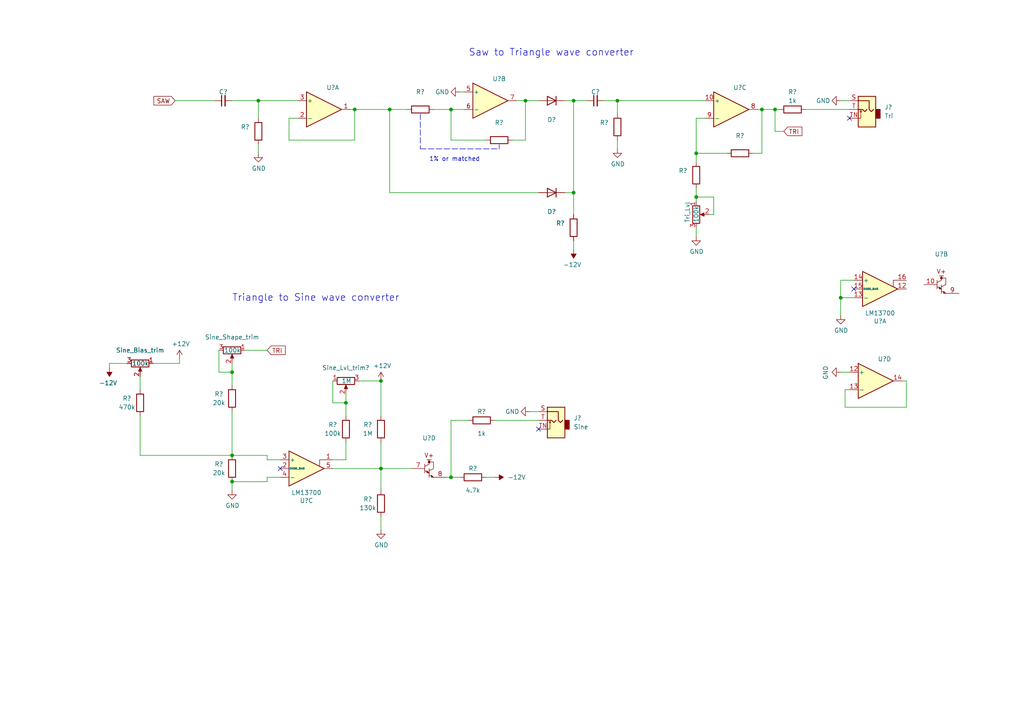
<source format=kicad_sch>
(kicad_sch (version 20211123) (generator eeschema)

  (uuid 6ffeb540-7fdc-45a9-a1f0-c71f8863d36e)

  (paper "A4")

  (lib_symbols
    (symbol "Amplifier_Operational:LM13700" (pin_names (offset 0.127)) (in_bom yes) (on_board yes)
      (property "Reference" "U" (id 0) (at 3.81 5.08 0)
        (effects (font (size 1.27 1.27)))
      )
      (property "Value" "LM13700" (id 1) (at 5.08 -5.08 0)
        (effects (font (size 1.27 1.27)))
      )
      (property "Footprint" "" (id 2) (at -7.62 0.635 0)
        (effects (font (size 1.27 1.27)) hide)
      )
      (property "Datasheet" "http://www.ti.com/lit/ds/symlink/lm13700.pdf" (id 3) (at -7.62 0.635 0)
        (effects (font (size 1.27 1.27)) hide)
      )
      (property "ki_locked" "" (id 4) (at 0 0 0)
        (effects (font (size 1.27 1.27)))
      )
      (property "ki_keywords" "operational transconductance amplifier OTA" (id 5) (at 0 0 0)
        (effects (font (size 1.27 1.27)) hide)
      )
      (property "ki_description" "Dual Operational Transconductance Amplifiers with Linearizing Diodes and Buffers, DIP-16/SOIC-16" (id 6) (at 0 0 0)
        (effects (font (size 1.27 1.27)) hide)
      )
      (property "ki_fp_filters" "SOIC*3.9x9.9mm*P1.27mm* DIP*W7.62mm*" (id 7) (at 0 0 0)
        (effects (font (size 1.27 1.27)) hide)
      )
      (symbol "LM13700_1_1"
        (polyline
          (pts
            (xy 3.81 -0.635)
            (xy 3.81 -2.54)
            (xy 5.08 -2.54)
          )
          (stroke (width 0) (type default) (color 0 0 0 0))
          (fill (type none))
        )
        (polyline
          (pts
            (xy 5.08 0)
            (xy -5.08 -5.08)
            (xy -5.08 5.08)
            (xy 5.08 0)
          )
          (stroke (width 0.254) (type default) (color 0 0 0 0))
          (fill (type background))
        )
        (pin output line (at 7.62 0 180) (length 2.54)
          (name "~" (effects (font (size 1.27 1.27))))
          (number "12" (effects (font (size 1.27 1.27))))
        )
        (pin input line (at -7.62 2.54 0) (length 2.54)
          (name "-" (effects (font (size 1.27 1.27))))
          (number "13" (effects (font (size 1.27 1.27))))
        )
        (pin input line (at -7.62 -2.54 0) (length 2.54)
          (name "+" (effects (font (size 1.27 1.27))))
          (number "14" (effects (font (size 1.27 1.27))))
        )
        (pin input line (at -7.62 0 0) (length 2.54)
          (name "DIODE_BIAS" (effects (font (size 0.508 0.508))))
          (number "15" (effects (font (size 1.27 1.27))))
        )
        (pin input line (at 7.62 -2.54 180) (length 2.54)
          (name "~" (effects (font (size 1.27 1.27))))
          (number "16" (effects (font (size 1.27 1.27))))
        )
      )
      (symbol "LM13700_2_0"
        (polyline
          (pts
            (xy -1.905 2.54)
            (xy -3.175 2.54)
          )
          (stroke (width 0) (type default) (color 0 0 0 0))
          (fill (type none))
        )
      )
      (symbol "LM13700_2_1"
        (circle (center -2.54 1.905) (radius 0.254)
          (stroke (width 0.254) (type default) (color 0 0 0 0))
          (fill (type outline))
        )
        (polyline
          (pts
            (xy -3.81 -0.635)
            (xy -2.54 -1.27)
          )
          (stroke (width 0) (type default) (color 0 0 0 0))
          (fill (type none))
        )
        (polyline
          (pts
            (xy -3.81 1.27)
            (xy -3.81 -1.27)
          )
          (stroke (width 0) (type default) (color 0 0 0 0))
          (fill (type none))
        )
        (polyline
          (pts
            (xy -2.54 -1.905)
            (xy -1.27 -2.54)
          )
          (stroke (width 0) (type default) (color 0 0 0 0))
          (fill (type none))
        )
        (polyline
          (pts
            (xy -2.54 0)
            (xy -2.54 -2.54)
          )
          (stroke (width 0) (type default) (color 0 0 0 0))
          (fill (type none))
        )
        (polyline
          (pts
            (xy -3.81 0.635)
            (xy -2.54 1.27)
            (xy -2.54 1.905)
            (xy -2.54 2.54)
          )
          (stroke (width 0) (type default) (color 0 0 0 0))
          (fill (type none))
        )
        (polyline
          (pts
            (xy -2.54 -1.27)
            (xy -3.175 -0.635)
            (xy -3.175 -1.27)
            (xy -2.54 -1.27)
          )
          (stroke (width 0) (type default) (color 0 0 0 0))
          (fill (type outline))
        )
        (polyline
          (pts
            (xy -2.54 -0.635)
            (xy -1.27 0)
            (xy -1.27 1.905)
            (xy -2.54 1.905)
          )
          (stroke (width 0) (type default) (color 0 0 0 0))
          (fill (type none))
        )
        (polyline
          (pts
            (xy -1.27 -2.54)
            (xy -1.905 -1.905)
            (xy -1.905 -2.54)
            (xy -1.27 -2.54)
          )
          (stroke (width 0) (type default) (color 0 0 0 0))
          (fill (type outline))
        )
        (text "V+" (at -2.54 3.81 0)
          (effects (font (size 1.27 1.27)))
        )
        (pin input line (at -7.62 0 0) (length 3.81)
          (name "~" (effects (font (size 1.27 1.27))))
          (number "10" (effects (font (size 1.27 1.27))))
        )
        (pin output line (at 2.54 -2.54 180) (length 3.81)
          (name "~" (effects (font (size 1.27 1.27))))
          (number "9" (effects (font (size 1.27 1.27))))
        )
      )
      (symbol "LM13700_3_1"
        (polyline
          (pts
            (xy 3.81 -0.635)
            (xy 3.81 -2.54)
            (xy 5.08 -2.54)
          )
          (stroke (width 0) (type default) (color 0 0 0 0))
          (fill (type none))
        )
        (polyline
          (pts
            (xy 5.08 0)
            (xy -5.08 -5.08)
            (xy -5.08 5.08)
            (xy 5.08 0)
          )
          (stroke (width 0.254) (type default) (color 0 0 0 0))
          (fill (type background))
        )
        (pin input line (at 7.62 -2.54 180) (length 2.54)
          (name "~" (effects (font (size 1.27 1.27))))
          (number "1" (effects (font (size 1.27 1.27))))
        )
        (pin input line (at -7.62 0 0) (length 2.54)
          (name "DIODE_BIAS" (effects (font (size 0.508 0.508))))
          (number "2" (effects (font (size 1.27 1.27))))
        )
        (pin input line (at -7.62 -2.54 0) (length 2.54)
          (name "+" (effects (font (size 1.27 1.27))))
          (number "3" (effects (font (size 1.27 1.27))))
        )
        (pin input line (at -7.62 2.54 0) (length 2.54)
          (name "-" (effects (font (size 1.27 1.27))))
          (number "4" (effects (font (size 1.27 1.27))))
        )
        (pin output line (at 7.62 0 180) (length 2.54)
          (name "~" (effects (font (size 1.27 1.27))))
          (number "5" (effects (font (size 1.27 1.27))))
        )
      )
      (symbol "LM13700_4_0"
        (polyline
          (pts
            (xy -3.175 2.54)
            (xy -1.905 2.54)
          )
          (stroke (width 0) (type default) (color 0 0 0 0))
          (fill (type none))
        )
        (text "V+" (at -2.54 3.81 0)
          (effects (font (size 1.27 1.27)))
        )
      )
      (symbol "LM13700_4_1"
        (circle (center -2.54 1.905) (radius 0.254)
          (stroke (width 0.254) (type default) (color 0 0 0 0))
          (fill (type outline))
        )
        (polyline
          (pts
            (xy -3.81 -0.635)
            (xy -2.54 -1.27)
          )
          (stroke (width 0) (type default) (color 0 0 0 0))
          (fill (type none))
        )
        (polyline
          (pts
            (xy -3.81 1.27)
            (xy -3.81 -1.27)
          )
          (stroke (width 0) (type default) (color 0 0 0 0))
          (fill (type none))
        )
        (polyline
          (pts
            (xy -2.54 -1.905)
            (xy -1.27 -2.54)
          )
          (stroke (width 0) (type default) (color 0 0 0 0))
          (fill (type none))
        )
        (polyline
          (pts
            (xy -2.54 0)
            (xy -2.54 -2.54)
          )
          (stroke (width 0) (type default) (color 0 0 0 0))
          (fill (type none))
        )
        (polyline
          (pts
            (xy -3.81 0.635)
            (xy -2.54 1.27)
            (xy -2.54 2.54)
          )
          (stroke (width 0) (type default) (color 0 0 0 0))
          (fill (type none))
        )
        (polyline
          (pts
            (xy -2.54 -1.27)
            (xy -3.175 -0.635)
            (xy -3.175 -1.27)
            (xy -2.54 -1.27)
          )
          (stroke (width 0) (type default) (color 0 0 0 0))
          (fill (type outline))
        )
        (polyline
          (pts
            (xy -2.54 -0.635)
            (xy -1.27 0)
            (xy -1.27 1.905)
            (xy -2.54 1.905)
          )
          (stroke (width 0) (type default) (color 0 0 0 0))
          (fill (type none))
        )
        (polyline
          (pts
            (xy -1.27 -2.54)
            (xy -1.905 -1.905)
            (xy -1.905 -2.54)
            (xy -1.27 -2.54)
          )
          (stroke (width 0) (type default) (color 0 0 0 0))
          (fill (type outline))
        )
        (pin input line (at -7.62 0 0) (length 3.81)
          (name "~" (effects (font (size 1.27 1.27))))
          (number "7" (effects (font (size 1.27 1.27))))
        )
        (pin output line (at 2.54 -2.54 180) (length 3.81)
          (name "~" (effects (font (size 1.27 1.27))))
          (number "8" (effects (font (size 1.27 1.27))))
        )
      )
      (symbol "LM13700_5_1"
        (pin power_in line (at -2.54 7.62 270) (length 3.81)
          (name "V+" (effects (font (size 1.27 1.27))))
          (number "11" (effects (font (size 1.27 1.27))))
        )
        (pin power_in line (at -2.54 -7.62 90) (length 3.81)
          (name "V-" (effects (font (size 1.27 1.27))))
          (number "6" (effects (font (size 1.27 1.27))))
        )
      )
    )
    (symbol "Amplifier_Operational:TL074" (pin_names (offset 0.127)) (in_bom yes) (on_board yes)
      (property "Reference" "U" (id 0) (at 0 5.08 0)
        (effects (font (size 1.27 1.27)) (justify left))
      )
      (property "Value" "TL074" (id 1) (at 0 -5.08 0)
        (effects (font (size 1.27 1.27)) (justify left))
      )
      (property "Footprint" "" (id 2) (at -1.27 2.54 0)
        (effects (font (size 1.27 1.27)) hide)
      )
      (property "Datasheet" "http://www.ti.com/lit/ds/symlink/tl071.pdf" (id 3) (at 1.27 5.08 0)
        (effects (font (size 1.27 1.27)) hide)
      )
      (property "ki_locked" "" (id 4) (at 0 0 0)
        (effects (font (size 1.27 1.27)))
      )
      (property "ki_keywords" "quad opamp" (id 5) (at 0 0 0)
        (effects (font (size 1.27 1.27)) hide)
      )
      (property "ki_description" "Quad Low-Noise JFET-Input Operational Amplifiers, DIP-14/SOIC-14" (id 6) (at 0 0 0)
        (effects (font (size 1.27 1.27)) hide)
      )
      (property "ki_fp_filters" "SOIC*3.9x8.7mm*P1.27mm* DIP*W7.62mm* TSSOP*4.4x5mm*P0.65mm* SSOP*5.3x6.2mm*P0.65mm* MSOP*3x3mm*P0.5mm*" (id 7) (at 0 0 0)
        (effects (font (size 1.27 1.27)) hide)
      )
      (symbol "TL074_1_1"
        (polyline
          (pts
            (xy -5.08 5.08)
            (xy 5.08 0)
            (xy -5.08 -5.08)
            (xy -5.08 5.08)
          )
          (stroke (width 0.254) (type default) (color 0 0 0 0))
          (fill (type background))
        )
        (pin output line (at 7.62 0 180) (length 2.54)
          (name "~" (effects (font (size 1.27 1.27))))
          (number "1" (effects (font (size 1.27 1.27))))
        )
        (pin input line (at -7.62 -2.54 0) (length 2.54)
          (name "-" (effects (font (size 1.27 1.27))))
          (number "2" (effects (font (size 1.27 1.27))))
        )
        (pin input line (at -7.62 2.54 0) (length 2.54)
          (name "+" (effects (font (size 1.27 1.27))))
          (number "3" (effects (font (size 1.27 1.27))))
        )
      )
      (symbol "TL074_2_1"
        (polyline
          (pts
            (xy -5.08 5.08)
            (xy 5.08 0)
            (xy -5.08 -5.08)
            (xy -5.08 5.08)
          )
          (stroke (width 0.254) (type default) (color 0 0 0 0))
          (fill (type background))
        )
        (pin input line (at -7.62 2.54 0) (length 2.54)
          (name "+" (effects (font (size 1.27 1.27))))
          (number "5" (effects (font (size 1.27 1.27))))
        )
        (pin input line (at -7.62 -2.54 0) (length 2.54)
          (name "-" (effects (font (size 1.27 1.27))))
          (number "6" (effects (font (size 1.27 1.27))))
        )
        (pin output line (at 7.62 0 180) (length 2.54)
          (name "~" (effects (font (size 1.27 1.27))))
          (number "7" (effects (font (size 1.27 1.27))))
        )
      )
      (symbol "TL074_3_1"
        (polyline
          (pts
            (xy -5.08 5.08)
            (xy 5.08 0)
            (xy -5.08 -5.08)
            (xy -5.08 5.08)
          )
          (stroke (width 0.254) (type default) (color 0 0 0 0))
          (fill (type background))
        )
        (pin input line (at -7.62 2.54 0) (length 2.54)
          (name "+" (effects (font (size 1.27 1.27))))
          (number "10" (effects (font (size 1.27 1.27))))
        )
        (pin output line (at 7.62 0 180) (length 2.54)
          (name "~" (effects (font (size 1.27 1.27))))
          (number "8" (effects (font (size 1.27 1.27))))
        )
        (pin input line (at -7.62 -2.54 0) (length 2.54)
          (name "-" (effects (font (size 1.27 1.27))))
          (number "9" (effects (font (size 1.27 1.27))))
        )
      )
      (symbol "TL074_4_1"
        (polyline
          (pts
            (xy -5.08 5.08)
            (xy 5.08 0)
            (xy -5.08 -5.08)
            (xy -5.08 5.08)
          )
          (stroke (width 0.254) (type default) (color 0 0 0 0))
          (fill (type background))
        )
        (pin input line (at -7.62 2.54 0) (length 2.54)
          (name "+" (effects (font (size 1.27 1.27))))
          (number "12" (effects (font (size 1.27 1.27))))
        )
        (pin input line (at -7.62 -2.54 0) (length 2.54)
          (name "-" (effects (font (size 1.27 1.27))))
          (number "13" (effects (font (size 1.27 1.27))))
        )
        (pin output line (at 7.62 0 180) (length 2.54)
          (name "~" (effects (font (size 1.27 1.27))))
          (number "14" (effects (font (size 1.27 1.27))))
        )
      )
      (symbol "TL074_5_1"
        (pin power_in line (at -2.54 -7.62 90) (length 3.81)
          (name "V-" (effects (font (size 1.27 1.27))))
          (number "11" (effects (font (size 1.27 1.27))))
        )
        (pin power_in line (at -2.54 7.62 270) (length 3.81)
          (name "V+" (effects (font (size 1.27 1.27))))
          (number "4" (effects (font (size 1.27 1.27))))
        )
      )
    )
    (symbol "Connector:AudioJack2_SwitchT" (in_bom yes) (on_board yes)
      (property "Reference" "J" (id 0) (at 0 8.89 0)
        (effects (font (size 1.27 1.27)))
      )
      (property "Value" "AudioJack2_SwitchT" (id 1) (at 0 6.35 0)
        (effects (font (size 1.27 1.27)))
      )
      (property "Footprint" "" (id 2) (at 0 0 0)
        (effects (font (size 1.27 1.27)) hide)
      )
      (property "Datasheet" "~" (id 3) (at 0 0 0)
        (effects (font (size 1.27 1.27)) hide)
      )
      (property "ki_keywords" "audio jack receptacle mono headphones phone TS connector" (id 4) (at 0 0 0)
        (effects (font (size 1.27 1.27)) hide)
      )
      (property "ki_description" "Audio Jack, 2 Poles (Mono / TS), Switched T Pole (Normalling)" (id 5) (at 0 0 0)
        (effects (font (size 1.27 1.27)) hide)
      )
      (property "ki_fp_filters" "Jack*" (id 6) (at 0 0 0)
        (effects (font (size 1.27 1.27)) hide)
      )
      (symbol "AudioJack2_SwitchT_0_1"
        (rectangle (start -2.54 0) (end -3.81 -2.54)
          (stroke (width 0.254) (type default) (color 0 0 0 0))
          (fill (type outline))
        )
        (polyline
          (pts
            (xy 1.778 -0.254)
            (xy 2.032 -0.762)
          )
          (stroke (width 0) (type default) (color 0 0 0 0))
          (fill (type none))
        )
        (polyline
          (pts
            (xy 0 0)
            (xy 0.635 -0.635)
            (xy 1.27 0)
            (xy 2.54 0)
          )
          (stroke (width 0.254) (type default) (color 0 0 0 0))
          (fill (type none))
        )
        (polyline
          (pts
            (xy 2.54 -2.54)
            (xy 1.778 -2.54)
            (xy 1.778 -0.254)
            (xy 1.524 -0.762)
          )
          (stroke (width 0) (type default) (color 0 0 0 0))
          (fill (type none))
        )
        (polyline
          (pts
            (xy 2.54 2.54)
            (xy -0.635 2.54)
            (xy -0.635 0)
            (xy -1.27 -0.635)
            (xy -1.905 0)
          )
          (stroke (width 0.254) (type default) (color 0 0 0 0))
          (fill (type none))
        )
        (rectangle (start 2.54 3.81) (end -2.54 -5.08)
          (stroke (width 0.254) (type default) (color 0 0 0 0))
          (fill (type background))
        )
      )
      (symbol "AudioJack2_SwitchT_1_1"
        (pin passive line (at 5.08 2.54 180) (length 2.54)
          (name "~" (effects (font (size 1.27 1.27))))
          (number "S" (effects (font (size 1.27 1.27))))
        )
        (pin passive line (at 5.08 0 180) (length 2.54)
          (name "~" (effects (font (size 1.27 1.27))))
          (number "T" (effects (font (size 1.27 1.27))))
        )
        (pin passive line (at 5.08 -2.54 180) (length 2.54)
          (name "~" (effects (font (size 1.27 1.27))))
          (number "TN" (effects (font (size 1.27 1.27))))
        )
      )
    )
    (symbol "Device:C_Small" (pin_numbers hide) (pin_names (offset 0.254) hide) (in_bom yes) (on_board yes)
      (property "Reference" "C" (id 0) (at 0.254 1.778 0)
        (effects (font (size 1.27 1.27)) (justify left))
      )
      (property "Value" "C_Small" (id 1) (at 0.254 -2.032 0)
        (effects (font (size 1.27 1.27)) (justify left))
      )
      (property "Footprint" "" (id 2) (at 0 0 0)
        (effects (font (size 1.27 1.27)) hide)
      )
      (property "Datasheet" "~" (id 3) (at 0 0 0)
        (effects (font (size 1.27 1.27)) hide)
      )
      (property "ki_keywords" "capacitor cap" (id 4) (at 0 0 0)
        (effects (font (size 1.27 1.27)) hide)
      )
      (property "ki_description" "Unpolarized capacitor, small symbol" (id 5) (at 0 0 0)
        (effects (font (size 1.27 1.27)) hide)
      )
      (property "ki_fp_filters" "C_*" (id 6) (at 0 0 0)
        (effects (font (size 1.27 1.27)) hide)
      )
      (symbol "C_Small_0_1"
        (polyline
          (pts
            (xy -1.524 -0.508)
            (xy 1.524 -0.508)
          )
          (stroke (width 0.3302) (type default) (color 0 0 0 0))
          (fill (type none))
        )
        (polyline
          (pts
            (xy -1.524 0.508)
            (xy 1.524 0.508)
          )
          (stroke (width 0.3048) (type default) (color 0 0 0 0))
          (fill (type none))
        )
      )
      (symbol "C_Small_1_1"
        (pin passive line (at 0 2.54 270) (length 2.032)
          (name "~" (effects (font (size 1.27 1.27))))
          (number "1" (effects (font (size 1.27 1.27))))
        )
        (pin passive line (at 0 -2.54 90) (length 2.032)
          (name "~" (effects (font (size 1.27 1.27))))
          (number "2" (effects (font (size 1.27 1.27))))
        )
      )
    )
    (symbol "Device:D" (pin_numbers hide) (pin_names (offset 1.016) hide) (in_bom yes) (on_board yes)
      (property "Reference" "D" (id 0) (at 0 2.54 0)
        (effects (font (size 1.27 1.27)))
      )
      (property "Value" "D" (id 1) (at 0 -2.54 0)
        (effects (font (size 1.27 1.27)))
      )
      (property "Footprint" "" (id 2) (at 0 0 0)
        (effects (font (size 1.27 1.27)) hide)
      )
      (property "Datasheet" "~" (id 3) (at 0 0 0)
        (effects (font (size 1.27 1.27)) hide)
      )
      (property "ki_keywords" "diode" (id 4) (at 0 0 0)
        (effects (font (size 1.27 1.27)) hide)
      )
      (property "ki_description" "Diode" (id 5) (at 0 0 0)
        (effects (font (size 1.27 1.27)) hide)
      )
      (property "ki_fp_filters" "TO-???* *_Diode_* *SingleDiode* D_*" (id 6) (at 0 0 0)
        (effects (font (size 1.27 1.27)) hide)
      )
      (symbol "D_0_1"
        (polyline
          (pts
            (xy -1.27 1.27)
            (xy -1.27 -1.27)
          )
          (stroke (width 0.254) (type default) (color 0 0 0 0))
          (fill (type none))
        )
        (polyline
          (pts
            (xy 1.27 0)
            (xy -1.27 0)
          )
          (stroke (width 0) (type default) (color 0 0 0 0))
          (fill (type none))
        )
        (polyline
          (pts
            (xy 1.27 1.27)
            (xy 1.27 -1.27)
            (xy -1.27 0)
            (xy 1.27 1.27)
          )
          (stroke (width 0.254) (type default) (color 0 0 0 0))
          (fill (type none))
        )
      )
      (symbol "D_1_1"
        (pin passive line (at -3.81 0 0) (length 2.54)
          (name "K" (effects (font (size 1.27 1.27))))
          (number "1" (effects (font (size 1.27 1.27))))
        )
        (pin passive line (at 3.81 0 180) (length 2.54)
          (name "A" (effects (font (size 1.27 1.27))))
          (number "2" (effects (font (size 1.27 1.27))))
        )
      )
    )
    (symbol "Device:R" (pin_numbers hide) (pin_names (offset 0)) (in_bom yes) (on_board yes)
      (property "Reference" "R" (id 0) (at 2.032 0 90)
        (effects (font (size 1.27 1.27)))
      )
      (property "Value" "R" (id 1) (at 0 0 90)
        (effects (font (size 1.27 1.27)))
      )
      (property "Footprint" "" (id 2) (at -1.778 0 90)
        (effects (font (size 1.27 1.27)) hide)
      )
      (property "Datasheet" "~" (id 3) (at 0 0 0)
        (effects (font (size 1.27 1.27)) hide)
      )
      (property "ki_keywords" "R res resistor" (id 4) (at 0 0 0)
        (effects (font (size 1.27 1.27)) hide)
      )
      (property "ki_description" "Resistor" (id 5) (at 0 0 0)
        (effects (font (size 1.27 1.27)) hide)
      )
      (property "ki_fp_filters" "R_*" (id 6) (at 0 0 0)
        (effects (font (size 1.27 1.27)) hide)
      )
      (symbol "R_0_1"
        (rectangle (start -1.016 -2.54) (end 1.016 2.54)
          (stroke (width 0.254) (type default) (color 0 0 0 0))
          (fill (type none))
        )
      )
      (symbol "R_1_1"
        (pin passive line (at 0 3.81 270) (length 1.27)
          (name "~" (effects (font (size 1.27 1.27))))
          (number "1" (effects (font (size 1.27 1.27))))
        )
        (pin passive line (at 0 -3.81 90) (length 1.27)
          (name "~" (effects (font (size 1.27 1.27))))
          (number "2" (effects (font (size 1.27 1.27))))
        )
      )
    )
    (symbol "Device:R_POT" (pin_names (offset 1.016) hide) (in_bom yes) (on_board yes)
      (property "Reference" "RV" (id 0) (at -4.445 0 90)
        (effects (font (size 1.27 1.27)))
      )
      (property "Value" "Device_R_POT" (id 1) (at -2.54 0 90)
        (effects (font (size 1.27 1.27)))
      )
      (property "Footprint" "" (id 2) (at 0 0 0)
        (effects (font (size 1.27 1.27)) hide)
      )
      (property "Datasheet" "" (id 3) (at 0 0 0)
        (effects (font (size 1.27 1.27)) hide)
      )
      (property "ki_fp_filters" "Potentiometer*" (id 4) (at 0 0 0)
        (effects (font (size 1.27 1.27)) hide)
      )
      (symbol "R_POT_0_1"
        (polyline
          (pts
            (xy 2.54 0)
            (xy 1.524 0)
          )
          (stroke (width 0) (type default) (color 0 0 0 0))
          (fill (type none))
        )
        (polyline
          (pts
            (xy 1.143 0)
            (xy 2.286 0.508)
            (xy 2.286 -0.508)
            (xy 1.143 0)
          )
          (stroke (width 0) (type default) (color 0 0 0 0))
          (fill (type outline))
        )
        (rectangle (start 1.016 2.54) (end -1.016 -2.54)
          (stroke (width 0.254) (type default) (color 0 0 0 0))
          (fill (type none))
        )
      )
      (symbol "R_POT_1_1"
        (pin passive line (at 0 3.81 270) (length 1.27)
          (name "1" (effects (font (size 1.27 1.27))))
          (number "1" (effects (font (size 1.27 1.27))))
        )
        (pin passive line (at 3.81 0 180) (length 1.27)
          (name "2" (effects (font (size 1.27 1.27))))
          (number "2" (effects (font (size 1.27 1.27))))
        )
        (pin passive line (at 0 -3.81 90) (length 1.27)
          (name "3" (effects (font (size 1.27 1.27))))
          (number "3" (effects (font (size 1.27 1.27))))
        )
      )
    )
    (symbol "power:+12V" (power) (pin_names (offset 0)) (in_bom yes) (on_board yes)
      (property "Reference" "#PWR" (id 0) (at 0 -3.81 0)
        (effects (font (size 1.27 1.27)) hide)
      )
      (property "Value" "+12V" (id 1) (at 0 3.556 0)
        (effects (font (size 1.27 1.27)))
      )
      (property "Footprint" "" (id 2) (at 0 0 0)
        (effects (font (size 1.27 1.27)) hide)
      )
      (property "Datasheet" "" (id 3) (at 0 0 0)
        (effects (font (size 1.27 1.27)) hide)
      )
      (property "ki_keywords" "power-flag" (id 4) (at 0 0 0)
        (effects (font (size 1.27 1.27)) hide)
      )
      (property "ki_description" "Power symbol creates a global label with name \"+12V\"" (id 5) (at 0 0 0)
        (effects (font (size 1.27 1.27)) hide)
      )
      (symbol "+12V_0_1"
        (polyline
          (pts
            (xy -0.762 1.27)
            (xy 0 2.54)
          )
          (stroke (width 0) (type default) (color 0 0 0 0))
          (fill (type none))
        )
        (polyline
          (pts
            (xy 0 0)
            (xy 0 2.54)
          )
          (stroke (width 0) (type default) (color 0 0 0 0))
          (fill (type none))
        )
        (polyline
          (pts
            (xy 0 2.54)
            (xy 0.762 1.27)
          )
          (stroke (width 0) (type default) (color 0 0 0 0))
          (fill (type none))
        )
      )
      (symbol "+12V_1_1"
        (pin power_in line (at 0 0 90) (length 0) hide
          (name "+12V" (effects (font (size 1.27 1.27))))
          (number "1" (effects (font (size 1.27 1.27))))
        )
      )
    )
    (symbol "power:-12V" (power) (pin_names (offset 0)) (in_bom yes) (on_board yes)
      (property "Reference" "#PWR" (id 0) (at 0 2.54 0)
        (effects (font (size 1.27 1.27)) hide)
      )
      (property "Value" "-12V" (id 1) (at 0 3.81 0)
        (effects (font (size 1.27 1.27)))
      )
      (property "Footprint" "" (id 2) (at 0 0 0)
        (effects (font (size 1.27 1.27)) hide)
      )
      (property "Datasheet" "" (id 3) (at 0 0 0)
        (effects (font (size 1.27 1.27)) hide)
      )
      (property "ki_keywords" "power-flag" (id 4) (at 0 0 0)
        (effects (font (size 1.27 1.27)) hide)
      )
      (property "ki_description" "Power symbol creates a global label with name \"-12V\"" (id 5) (at 0 0 0)
        (effects (font (size 1.27 1.27)) hide)
      )
      (symbol "-12V_0_0"
        (pin power_in line (at 0 0 90) (length 0) hide
          (name "-12V" (effects (font (size 1.27 1.27))))
          (number "1" (effects (font (size 1.27 1.27))))
        )
      )
      (symbol "-12V_0_1"
        (polyline
          (pts
            (xy 0 0)
            (xy 0 1.27)
            (xy 0.762 1.27)
            (xy 0 2.54)
            (xy -0.762 1.27)
            (xy 0 1.27)
          )
          (stroke (width 0) (type default) (color 0 0 0 0))
          (fill (type outline))
        )
      )
    )
    (symbol "power:GND" (power) (pin_names (offset 0)) (in_bom yes) (on_board yes)
      (property "Reference" "#PWR" (id 0) (at 0 -6.35 0)
        (effects (font (size 1.27 1.27)) hide)
      )
      (property "Value" "GND" (id 1) (at 0 -3.81 0)
        (effects (font (size 1.27 1.27)))
      )
      (property "Footprint" "" (id 2) (at 0 0 0)
        (effects (font (size 1.27 1.27)) hide)
      )
      (property "Datasheet" "" (id 3) (at 0 0 0)
        (effects (font (size 1.27 1.27)) hide)
      )
      (property "ki_keywords" "power-flag" (id 4) (at 0 0 0)
        (effects (font (size 1.27 1.27)) hide)
      )
      (property "ki_description" "Power symbol creates a global label with name \"GND\" , ground" (id 5) (at 0 0 0)
        (effects (font (size 1.27 1.27)) hide)
      )
      (symbol "GND_0_1"
        (polyline
          (pts
            (xy 0 0)
            (xy 0 -1.27)
            (xy 1.27 -1.27)
            (xy 0 -2.54)
            (xy -1.27 -1.27)
            (xy 0 -1.27)
          )
          (stroke (width 0) (type default) (color 0 0 0 0))
          (fill (type none))
        )
      )
      (symbol "GND_1_1"
        (pin power_in line (at 0 0 270) (length 0) hide
          (name "GND" (effects (font (size 1.27 1.27))))
          (number "1" (effects (font (size 1.27 1.27))))
        )
      )
    )
  )

  (junction (at 67.31 107.95) (diameter 0) (color 0 0 0 0)
    (uuid 076444a9-6e7e-47ef-b499-1eff509b6fa9)
  )
  (junction (at 67.31 132.08) (diameter 0) (color 0 0 0 0)
    (uuid 17825bbf-5641-4854-9876-055192e07908)
  )
  (junction (at 220.98 31.75) (diameter 0) (color 0 0 0 0)
    (uuid 32945353-6948-4c9e-8160-f22e3c56b510)
  )
  (junction (at 243.84 86.36) (diameter 0) (color 0 0 0 0)
    (uuid 37464030-553e-4b81-a399-9a161226223a)
  )
  (junction (at 100.33 116.84) (diameter 0) (color 0 0 0 0)
    (uuid 3e696774-2ab7-495a-a018-ee046bd9f56c)
  )
  (junction (at 201.93 44.45) (diameter 0) (color 0 0 0 0)
    (uuid 44e45963-0352-41f7-8c62-57f11bd1b19b)
  )
  (junction (at 110.49 135.89) (diameter 0) (color 0 0 0 0)
    (uuid 4aca0bb1-36d9-40f9-ab58-320a97e6af46)
  )
  (junction (at 74.93 29.21) (diameter 0) (color 0 0 0 0)
    (uuid 600ad1d1-03b3-4e46-a2f1-c14e6e7e03c0)
  )
  (junction (at 166.37 29.21) (diameter 0) (color 0 0 0 0)
    (uuid 6375765a-d9cc-4f28-b9f8-c97d7173fa24)
  )
  (junction (at 110.49 110.49) (diameter 0) (color 0 0 0 0)
    (uuid 6f12d849-3493-460f-bd0f-dca706dea4b5)
  )
  (junction (at 113.03 31.75) (diameter 0) (color 0 0 0 0)
    (uuid 9d335e42-5ed1-4823-8423-10b2e8644f4f)
  )
  (junction (at 102.87 31.75) (diameter 0) (color 0 0 0 0)
    (uuid 9f7d5649-6ffe-47d1-9ac7-03df33985410)
  )
  (junction (at 130.81 138.43) (diameter 0) (color 0 0 0 0)
    (uuid b6b17190-68a8-4d03-a624-b023e9ea211f)
  )
  (junction (at 201.93 57.15) (diameter 0) (color 0 0 0 0)
    (uuid b7ed7db6-b8bd-4929-9b81-4379e53c31de)
  )
  (junction (at 224.79 31.75) (diameter 0) (color 0 0 0 0)
    (uuid ba3802c4-03a1-4f0b-96aa-fc7319d371e1)
  )
  (junction (at 130.81 31.75) (diameter 0) (color 0 0 0 0)
    (uuid bcedc519-0d4c-4a61-a0f4-5ba1f46dcde5)
  )
  (junction (at 67.31 139.7) (diameter 0) (color 0 0 0 0)
    (uuid d998b9ea-3432-4761-b090-19ac6f35e1d9)
  )
  (junction (at 179.07 29.21) (diameter 0) (color 0 0 0 0)
    (uuid dd830614-d09c-4af6-a472-146515b116ba)
  )
  (junction (at 166.37 55.88) (diameter 0) (color 0 0 0 0)
    (uuid e60be212-0fda-47db-9ed6-f5e619becd98)
  )
  (junction (at 152.4 29.21) (diameter 0) (color 0 0 0 0)
    (uuid ee56b4c0-b111-4e11-ac32-6c012728b44e)
  )

  (no_connect (at 246.38 34.29) (uuid 08865941-b167-4958-a698-258408121253))
  (no_connect (at 156.21 124.46) (uuid 926adde3-961f-4e80-871e-ad6937acbd6b))
  (no_connect (at 81.28 135.89) (uuid 9aec147f-2ec5-4bb2-8ec8-39fd7fbee755))
  (no_connect (at 247.65 83.82) (uuid c1b1ad63-27e1-415a-b03a-0c83a42a7223))

  (wire (pts (xy 166.37 55.88) (xy 166.37 62.23))
    (stroke (width 0) (type default) (color 0 0 0 0))
    (uuid 014daf93-6c8b-4789-9161-2ba1a8a5a428)
  )
  (wire (pts (xy 134.62 26.67) (xy 133.35 26.67))
    (stroke (width 0) (type default) (color 0 0 0 0))
    (uuid 016ca047-724f-4557-ba2e-bc00fc36fe15)
  )
  (wire (pts (xy 201.93 44.45) (xy 210.82 44.45))
    (stroke (width 0) (type default) (color 0 0 0 0))
    (uuid 018e7b98-21bb-4cbc-b6bd-8487d84a6b83)
  )
  (polyline (pts (xy 144.78 41.91) (xy 144.78 43.18))
    (stroke (width 0) (type default) (color 0 0 0 0))
    (uuid 058ff55f-5474-4383-bbe7-74bbcddea440)
  )

  (wire (pts (xy 71.12 101.6) (xy 77.47 101.6))
    (stroke (width 0) (type default) (color 0 0 0 0))
    (uuid 08f2a1e0-404d-43be-9bfe-2f119dc843f6)
  )
  (wire (pts (xy 201.93 34.29) (xy 201.93 44.45))
    (stroke (width 0) (type default) (color 0 0 0 0))
    (uuid 0b39ede8-6525-4b2d-b557-e0caec9aeba3)
  )
  (wire (pts (xy 156.21 119.38) (xy 153.67 119.38))
    (stroke (width 0) (type default) (color 0 0 0 0))
    (uuid 0fd1eb25-708f-46fa-b6bb-e3a549006343)
  )
  (wire (pts (xy 67.31 107.95) (xy 67.31 111.76))
    (stroke (width 0) (type default) (color 0 0 0 0))
    (uuid 12673aca-1d85-4caf-b2c7-b527f36e7719)
  )
  (wire (pts (xy 246.38 107.95) (xy 243.84 107.95))
    (stroke (width 0) (type default) (color 0 0 0 0))
    (uuid 1712322e-1af5-44da-81b9-f61c7c601219)
  )
  (wire (pts (xy 110.49 135.89) (xy 110.49 142.24))
    (stroke (width 0) (type default) (color 0 0 0 0))
    (uuid 1822e50e-802a-473d-8364-d1723d2f9dbf)
  )
  (wire (pts (xy 113.03 31.75) (xy 113.03 55.88))
    (stroke (width 0) (type default) (color 0 0 0 0))
    (uuid 1ad5cfc7-457c-4fe2-b3a5-f28a45229cee)
  )
  (wire (pts (xy 77.47 133.35) (xy 81.28 133.35))
    (stroke (width 0) (type default) (color 0 0 0 0))
    (uuid 1c2c4140-c951-4bfd-9008-f440564022f4)
  )
  (wire (pts (xy 104.14 110.49) (xy 110.49 110.49))
    (stroke (width 0) (type default) (color 0 0 0 0))
    (uuid 2ac04f0e-cf47-4b10-adad-3168fce68f0f)
  )
  (wire (pts (xy 77.47 138.43) (xy 77.47 139.7))
    (stroke (width 0) (type default) (color 0 0 0 0))
    (uuid 2b821111-ba2b-45ee-842f-4d67dfd243b6)
  )
  (wire (pts (xy 74.93 29.21) (xy 74.93 34.29))
    (stroke (width 0) (type default) (color 0 0 0 0))
    (uuid 2daaa068-999e-4634-9d82-b2ae12b2eb01)
  )
  (wire (pts (xy 243.84 86.36) (xy 243.84 91.44))
    (stroke (width 0) (type default) (color 0 0 0 0))
    (uuid 2f643223-7ff2-4896-9b19-961b183e7a2a)
  )
  (wire (pts (xy 52.07 104.14) (xy 52.07 105.41))
    (stroke (width 0) (type default) (color 0 0 0 0))
    (uuid 2f7657f4-ae5a-4221-8436-f43545ad1860)
  )
  (wire (pts (xy 224.79 31.75) (xy 220.98 31.75))
    (stroke (width 0) (type default) (color 0 0 0 0))
    (uuid 310ef736-e601-4138-b138-7497419ab974)
  )
  (wire (pts (xy 77.47 132.08) (xy 77.47 133.35))
    (stroke (width 0) (type default) (color 0 0 0 0))
    (uuid 31d8353b-365b-47ba-bee4-679dfcf1d179)
  )
  (wire (pts (xy 175.26 29.21) (xy 179.07 29.21))
    (stroke (width 0) (type default) (color 0 0 0 0))
    (uuid 32aa3fb4-2d19-4e28-8715-ea2b3fbbe5fd)
  )
  (wire (pts (xy 40.64 113.03) (xy 40.64 109.22))
    (stroke (width 0) (type default) (color 0 0 0 0))
    (uuid 38fee750-51b3-4056-87d5-34fbf418610e)
  )
  (wire (pts (xy 245.11 113.03) (xy 246.38 113.03))
    (stroke (width 0) (type default) (color 0 0 0 0))
    (uuid 3b0e6b97-c2e2-4e36-9a91-d89b0c93d842)
  )
  (wire (pts (xy 207.01 57.15) (xy 207.01 62.23))
    (stroke (width 0) (type default) (color 0 0 0 0))
    (uuid 3b34e782-75fb-426b-82cc-9e5f0c25234a)
  )
  (wire (pts (xy 74.93 41.91) (xy 74.93 44.45))
    (stroke (width 0) (type default) (color 0 0 0 0))
    (uuid 3ff85664-96a4-4432-b797-8bddd0996f17)
  )
  (wire (pts (xy 130.81 31.75) (xy 130.81 40.64))
    (stroke (width 0) (type default) (color 0 0 0 0))
    (uuid 404d9855-466b-4ef2-93d6-a896e9398a16)
  )
  (wire (pts (xy 179.07 29.21) (xy 204.47 29.21))
    (stroke (width 0) (type default) (color 0 0 0 0))
    (uuid 41ebc4f9-4145-425f-b472-7a09597c38c3)
  )
  (wire (pts (xy 81.28 138.43) (xy 77.47 138.43))
    (stroke (width 0) (type default) (color 0 0 0 0))
    (uuid 43550a4e-bdb6-4d2c-9d4d-f1cc3fd48baf)
  )
  (wire (pts (xy 31.75 105.41) (xy 31.75 106.68))
    (stroke (width 0) (type default) (color 0 0 0 0))
    (uuid 461b5311-e920-4653-8762-6f80ddaecf5e)
  )
  (wire (pts (xy 100.33 128.27) (xy 100.33 133.35))
    (stroke (width 0) (type default) (color 0 0 0 0))
    (uuid 4ae2ab82-93e4-471b-8e53-5e26e359e1b9)
  )
  (wire (pts (xy 50.8 29.21) (xy 62.23 29.21))
    (stroke (width 0) (type default) (color 0 0 0 0))
    (uuid 4ff7814e-6c8f-444d-823c-82f558e414c1)
  )
  (wire (pts (xy 44.45 105.41) (xy 52.07 105.41))
    (stroke (width 0) (type default) (color 0 0 0 0))
    (uuid 51685b93-f9a3-43dd-8290-3d165bb7137c)
  )
  (wire (pts (xy 110.49 149.86) (xy 110.49 153.67))
    (stroke (width 0) (type default) (color 0 0 0 0))
    (uuid 52fa9402-2ef3-4097-9578-0b4ec97b7f20)
  )
  (wire (pts (xy 220.98 44.45) (xy 218.44 44.45))
    (stroke (width 0) (type default) (color 0 0 0 0))
    (uuid 5373b7bc-adb8-47e2-a58d-e00539e8571b)
  )
  (wire (pts (xy 261.62 110.49) (xy 262.89 110.49))
    (stroke (width 0) (type default) (color 0 0 0 0))
    (uuid 5960c794-c5e0-4bd4-b975-018e32871585)
  )
  (wire (pts (xy 219.71 31.75) (xy 220.98 31.75))
    (stroke (width 0) (type default) (color 0 0 0 0))
    (uuid 5a8ae32c-7773-4536-acb4-eda742689220)
  )
  (wire (pts (xy 86.36 34.29) (xy 83.82 34.29))
    (stroke (width 0) (type default) (color 0 0 0 0))
    (uuid 5b366758-43fb-47d2-9229-007f5502d3c8)
  )
  (wire (pts (xy 83.82 34.29) (xy 83.82 40.64))
    (stroke (width 0) (type default) (color 0 0 0 0))
    (uuid 5db14f5a-d909-4a0a-b29c-2cdb6a40bfab)
  )
  (wire (pts (xy 125.73 31.75) (xy 130.81 31.75))
    (stroke (width 0) (type default) (color 0 0 0 0))
    (uuid 60062cd0-c304-4714-a452-e9735b605415)
  )
  (polyline (pts (xy 121.92 33.02) (xy 121.92 43.18))
    (stroke (width 0) (type default) (color 0 0 0 0))
    (uuid 61b8accb-c471-4b1c-8bff-3a6048b3f1d8)
  )

  (wire (pts (xy 36.83 105.41) (xy 31.75 105.41))
    (stroke (width 0) (type default) (color 0 0 0 0))
    (uuid 6416b1ea-8473-41a9-9c98-66524652cafa)
  )
  (wire (pts (xy 201.93 44.45) (xy 201.93 46.99))
    (stroke (width 0) (type default) (color 0 0 0 0))
    (uuid 64cc8894-e7b7-44ef-9aea-d28bc737740e)
  )
  (wire (pts (xy 148.59 40.64) (xy 152.4 40.64))
    (stroke (width 0) (type default) (color 0 0 0 0))
    (uuid 66f94f6f-a425-45fd-a31b-b4b9d738fe17)
  )
  (wire (pts (xy 67.31 132.08) (xy 77.47 132.08))
    (stroke (width 0) (type default) (color 0 0 0 0))
    (uuid 68211838-93b6-4ccc-b53b-42516607a213)
  )
  (wire (pts (xy 152.4 29.21) (xy 149.86 29.21))
    (stroke (width 0) (type default) (color 0 0 0 0))
    (uuid 68e224a0-aaaf-4a76-a0af-450e12511233)
  )
  (wire (pts (xy 156.21 29.21) (xy 152.4 29.21))
    (stroke (width 0) (type default) (color 0 0 0 0))
    (uuid 6b327a1f-d7cc-4081-ba34-eea18a63d4dd)
  )
  (wire (pts (xy 207.01 62.23) (xy 205.74 62.23))
    (stroke (width 0) (type default) (color 0 0 0 0))
    (uuid 703db158-3380-4494-b90a-b54243fb85da)
  )
  (wire (pts (xy 201.93 57.15) (xy 201.93 58.42))
    (stroke (width 0) (type default) (color 0 0 0 0))
    (uuid 71addbab-48a6-412a-b741-8458ce59e093)
  )
  (wire (pts (xy 130.81 31.75) (xy 134.62 31.75))
    (stroke (width 0) (type default) (color 0 0 0 0))
    (uuid 72a2b1cb-04e2-4615-ab04-36f3cb11f22a)
  )
  (wire (pts (xy 96.52 110.49) (xy 96.52 116.84))
    (stroke (width 0) (type default) (color 0 0 0 0))
    (uuid 73e8745f-d978-4bff-a62e-b1ea4d819825)
  )
  (wire (pts (xy 100.33 133.35) (xy 96.52 133.35))
    (stroke (width 0) (type default) (color 0 0 0 0))
    (uuid 76b7c34b-5cbc-4f57-9cb6-4e85d7e7f47b)
  )
  (polyline (pts (xy 121.92 43.18) (xy 144.78 43.18))
    (stroke (width 0) (type default) (color 0 0 0 0))
    (uuid 7da439ed-141b-486f-bc62-88b50316cb46)
  )

  (wire (pts (xy 67.31 105.41) (xy 67.31 107.95))
    (stroke (width 0) (type default) (color 0 0 0 0))
    (uuid 7f9a21e6-c537-4079-a271-f41ed5e3c5ff)
  )
  (wire (pts (xy 143.51 121.92) (xy 156.21 121.92))
    (stroke (width 0) (type default) (color 0 0 0 0))
    (uuid 82456fba-33df-4c26-a327-ef44582f315f)
  )
  (wire (pts (xy 40.64 120.65) (xy 40.64 132.08))
    (stroke (width 0) (type default) (color 0 0 0 0))
    (uuid 8379efca-f328-4d7b-9e69-cb71b545c5e4)
  )
  (wire (pts (xy 83.82 40.64) (xy 102.87 40.64))
    (stroke (width 0) (type default) (color 0 0 0 0))
    (uuid 85563a54-e424-462a-b7f8-c158fec5aa05)
  )
  (wire (pts (xy 63.5 107.95) (xy 67.31 107.95))
    (stroke (width 0) (type default) (color 0 0 0 0))
    (uuid 8a095672-f8b2-4bd0-aff7-83b08885d91b)
  )
  (wire (pts (xy 224.79 38.1) (xy 227.33 38.1))
    (stroke (width 0) (type default) (color 0 0 0 0))
    (uuid 8aa359ea-38ef-4d36-9f6e-769d00b68c2a)
  )
  (wire (pts (xy 166.37 55.88) (xy 163.83 55.88))
    (stroke (width 0) (type default) (color 0 0 0 0))
    (uuid 8e5e1d58-910a-4ad0-8614-23cd0482e580)
  )
  (wire (pts (xy 102.87 31.75) (xy 101.6 31.75))
    (stroke (width 0) (type default) (color 0 0 0 0))
    (uuid 8ea60f45-a33a-4e92-8af3-e7ab2bba9c2a)
  )
  (wire (pts (xy 163.83 29.21) (xy 166.37 29.21))
    (stroke (width 0) (type default) (color 0 0 0 0))
    (uuid 8fe5307e-2835-4b24-8fc8-47351ec07eba)
  )
  (wire (pts (xy 204.47 34.29) (xy 201.93 34.29))
    (stroke (width 0) (type default) (color 0 0 0 0))
    (uuid 91d0849d-87e6-47be-9dd4-8cd2d6e3eb5c)
  )
  (wire (pts (xy 243.84 86.36) (xy 247.65 86.36))
    (stroke (width 0) (type default) (color 0 0 0 0))
    (uuid 9229db55-9fe3-4075-8c21-9d2960897fc7)
  )
  (wire (pts (xy 262.89 110.49) (xy 262.89 118.11))
    (stroke (width 0) (type default) (color 0 0 0 0))
    (uuid 95653227-e9c8-48b6-899a-8379007634c7)
  )
  (wire (pts (xy 179.07 29.21) (xy 179.07 33.02))
    (stroke (width 0) (type default) (color 0 0 0 0))
    (uuid 9879bc6d-9255-40de-99b4-282f64bccad6)
  )
  (wire (pts (xy 130.81 40.64) (xy 140.97 40.64))
    (stroke (width 0) (type default) (color 0 0 0 0))
    (uuid 9c2aeb2f-81ce-43d1-a6af-858645dcbd06)
  )
  (wire (pts (xy 246.38 29.21) (xy 243.84 29.21))
    (stroke (width 0) (type default) (color 0 0 0 0))
    (uuid 9c53421e-8f71-4113-ac67-9eea74c4e7db)
  )
  (wire (pts (xy 247.65 81.28) (xy 243.84 81.28))
    (stroke (width 0) (type default) (color 0 0 0 0))
    (uuid 9d86577b-99da-47f4-ae9e-bfdcbd52bb1f)
  )
  (wire (pts (xy 74.93 29.21) (xy 86.36 29.21))
    (stroke (width 0) (type default) (color 0 0 0 0))
    (uuid 9d8717e5-5a36-484b-a3d5-f551d62edbb7)
  )
  (wire (pts (xy 245.11 118.11) (xy 245.11 113.03))
    (stroke (width 0) (type default) (color 0 0 0 0))
    (uuid a577205e-c393-41ff-a1fb-a8223e3bc023)
  )
  (wire (pts (xy 102.87 31.75) (xy 113.03 31.75))
    (stroke (width 0) (type default) (color 0 0 0 0))
    (uuid a57d4cc0-e36f-4a83-a717-5e68f49415f5)
  )
  (wire (pts (xy 201.93 54.61) (xy 201.93 57.15))
    (stroke (width 0) (type default) (color 0 0 0 0))
    (uuid a6c3d3ec-1c73-4e00-a355-db71e9dee6c7)
  )
  (wire (pts (xy 166.37 29.21) (xy 166.37 55.88))
    (stroke (width 0) (type default) (color 0 0 0 0))
    (uuid a79f3186-c748-485c-91bb-602e75be1280)
  )
  (wire (pts (xy 63.5 101.6) (xy 63.5 107.95))
    (stroke (width 0) (type default) (color 0 0 0 0))
    (uuid ad3ad643-e6e7-4156-9f54-788370af3604)
  )
  (wire (pts (xy 233.68 31.75) (xy 246.38 31.75))
    (stroke (width 0) (type default) (color 0 0 0 0))
    (uuid b49759c2-7ca8-40fe-8faf-c14477df7627)
  )
  (wire (pts (xy 113.03 55.88) (xy 156.21 55.88))
    (stroke (width 0) (type default) (color 0 0 0 0))
    (uuid b5319e1d-5f19-450b-910e-f4bd146fb3f1)
  )
  (wire (pts (xy 100.33 116.84) (xy 100.33 120.65))
    (stroke (width 0) (type default) (color 0 0 0 0))
    (uuid b7c9d7ad-6dbf-470f-88c6-54529467c5e7)
  )
  (wire (pts (xy 243.84 81.28) (xy 243.84 86.36))
    (stroke (width 0) (type default) (color 0 0 0 0))
    (uuid b8e2c065-2f57-4e1f-a5c4-6877180e04f4)
  )
  (wire (pts (xy 133.35 138.43) (xy 130.81 138.43))
    (stroke (width 0) (type default) (color 0 0 0 0))
    (uuid b955db47-6f99-4a4d-bfa5-835dae7913ae)
  )
  (wire (pts (xy 201.93 57.15) (xy 207.01 57.15))
    (stroke (width 0) (type default) (color 0 0 0 0))
    (uuid be1bd068-2580-453f-910d-e64152480b53)
  )
  (wire (pts (xy 110.49 128.27) (xy 110.49 135.89))
    (stroke (width 0) (type default) (color 0 0 0 0))
    (uuid be27ebc0-9c3c-42b3-aea5-285fbef4e91b)
  )
  (wire (pts (xy 67.31 119.38) (xy 67.31 132.08))
    (stroke (width 0) (type default) (color 0 0 0 0))
    (uuid bf11b09a-7816-4872-9736-52ac2f35b78e)
  )
  (wire (pts (xy 110.49 135.89) (xy 119.38 135.89))
    (stroke (width 0) (type default) (color 0 0 0 0))
    (uuid c2634cf2-14f4-4f07-bf93-ab92ee8faa86)
  )
  (wire (pts (xy 201.93 66.04) (xy 201.93 68.58))
    (stroke (width 0) (type default) (color 0 0 0 0))
    (uuid ce934970-dc36-4587-8a47-f746e0f449a5)
  )
  (wire (pts (xy 166.37 29.21) (xy 170.18 29.21))
    (stroke (width 0) (type default) (color 0 0 0 0))
    (uuid d19f8a71-e6a2-4348-af19-89e46261b4d4)
  )
  (wire (pts (xy 226.06 31.75) (xy 224.79 31.75))
    (stroke (width 0) (type default) (color 0 0 0 0))
    (uuid d2c46cf0-50bc-4b8a-b6b9-8381785d21ab)
  )
  (wire (pts (xy 140.97 138.43) (xy 143.51 138.43))
    (stroke (width 0) (type default) (color 0 0 0 0))
    (uuid d7df8096-aec2-4381-a599-cdc142c41fe8)
  )
  (wire (pts (xy 262.89 118.11) (xy 245.11 118.11))
    (stroke (width 0) (type default) (color 0 0 0 0))
    (uuid d872ad7a-dd3f-48ba-8324-6f99478e48be)
  )
  (wire (pts (xy 130.81 121.92) (xy 130.81 138.43))
    (stroke (width 0) (type default) (color 0 0 0 0))
    (uuid d8b70537-fa06-4549-b3e8-eb01db0865a3)
  )
  (wire (pts (xy 152.4 40.64) (xy 152.4 29.21))
    (stroke (width 0) (type default) (color 0 0 0 0))
    (uuid d906eb55-b484-4668-8733-8e7b8683fca9)
  )
  (wire (pts (xy 67.31 139.7) (xy 67.31 142.24))
    (stroke (width 0) (type default) (color 0 0 0 0))
    (uuid dbc46474-95d0-46fd-9818-49c988e89713)
  )
  (wire (pts (xy 166.37 69.85) (xy 166.37 72.39))
    (stroke (width 0) (type default) (color 0 0 0 0))
    (uuid e43de36e-ef46-407b-a864-ccedf20dab2d)
  )
  (wire (pts (xy 113.03 31.75) (xy 118.11 31.75))
    (stroke (width 0) (type default) (color 0 0 0 0))
    (uuid e65b6a09-b4d7-49a3-8865-5e29266bbabb)
  )
  (wire (pts (xy 135.89 121.92) (xy 130.81 121.92))
    (stroke (width 0) (type default) (color 0 0 0 0))
    (uuid e87b3c9b-c85b-40da-bd95-0dd35536aa7b)
  )
  (wire (pts (xy 40.64 132.08) (xy 67.31 132.08))
    (stroke (width 0) (type default) (color 0 0 0 0))
    (uuid ea10a627-7eb8-4cc7-9d74-316449862de0)
  )
  (wire (pts (xy 102.87 40.64) (xy 102.87 31.75))
    (stroke (width 0) (type default) (color 0 0 0 0))
    (uuid ea7ec354-b1bb-44c4-bb75-be40b9c54eab)
  )
  (wire (pts (xy 220.98 31.75) (xy 220.98 44.45))
    (stroke (width 0) (type default) (color 0 0 0 0))
    (uuid eee329d2-e610-43f2-af4d-e64b4492fa99)
  )
  (wire (pts (xy 67.31 139.7) (xy 77.47 139.7))
    (stroke (width 0) (type default) (color 0 0 0 0))
    (uuid f01ae747-7a34-4184-ae07-a8c824f8a872)
  )
  (wire (pts (xy 179.07 40.64) (xy 179.07 43.18))
    (stroke (width 0) (type default) (color 0 0 0 0))
    (uuid f2aa4a97-a356-40a2-a689-097f2df8c900)
  )
  (wire (pts (xy 96.52 135.89) (xy 110.49 135.89))
    (stroke (width 0) (type default) (color 0 0 0 0))
    (uuid f35d141c-b14c-405e-9428-56236237cb96)
  )
  (wire (pts (xy 67.31 29.21) (xy 74.93 29.21))
    (stroke (width 0) (type default) (color 0 0 0 0))
    (uuid f608933b-af44-4d0f-976b-f004315fa966)
  )
  (wire (pts (xy 110.49 110.49) (xy 110.49 120.65))
    (stroke (width 0) (type default) (color 0 0 0 0))
    (uuid f6718aa2-10b4-465e-8709-d87488412f9e)
  )
  (wire (pts (xy 100.33 114.3) (xy 100.33 116.84))
    (stroke (width 0) (type default) (color 0 0 0 0))
    (uuid f6dac2cc-3209-4177-b47f-afc5a0033018)
  )
  (wire (pts (xy 96.52 116.84) (xy 100.33 116.84))
    (stroke (width 0) (type default) (color 0 0 0 0))
    (uuid f93a372b-c689-4e41-addb-3b73afdb227d)
  )
  (wire (pts (xy 224.79 31.75) (xy 224.79 38.1))
    (stroke (width 0) (type default) (color 0 0 0 0))
    (uuid fddc7b1b-caf4-4d5d-9144-912bb9266254)
  )
  (wire (pts (xy 130.81 138.43) (xy 129.54 138.43))
    (stroke (width 0) (type default) (color 0 0 0 0))
    (uuid fe3430b5-b6d7-4277-bccf-162233830373)
  )

  (text "Saw to Triangle wave converter" (at 135.89 16.51 0)
    (effects (font (size 2 2)) (justify left bottom))
    (uuid 0503b135-8492-49bc-83da-2e1ba39a1986)
  )
  (text "Triangle to Sine wave converter" (at 67.31 87.63 0)
    (effects (font (size 2 2)) (justify left bottom))
    (uuid 2ec6b64f-338e-424e-b310-8804240e6576)
  )
  (text "1% or matched" (at 124.46 46.99 0)
    (effects (font (size 1.27 1.27)) (justify left bottom))
    (uuid da834018-97ca-415c-a97c-c063a3e86f03)
  )

  (global_label "TRI" (shape input) (at 227.33 38.1 0) (fields_autoplaced)
    (effects (font (size 1.27 1.27)) (justify left))
    (uuid 0ba291cd-2503-4d65-ac2c-bc9e45dd4c15)
    (property "Intersheet References" "${INTERSHEET_REFS}" (id 0) (at 232.4966 38.1794 0)
      (effects (font (size 1.27 1.27)) (justify left) hide)
    )
  )
  (global_label "TRI" (shape input) (at 77.47 101.6 0) (fields_autoplaced)
    (effects (font (size 1.27 1.27)) (justify left))
    (uuid 586cfbde-13b9-474e-a851-7a5fcee6d4e8)
    (property "Intersheet References" "${INTERSHEET_REFS}" (id 0) (at 82.6366 101.6794 0)
      (effects (font (size 1.27 1.27)) (justify left) hide)
    )
  )
  (global_label "SAW" (shape input) (at 50.8 29.21 180) (fields_autoplaced)
    (effects (font (size 1.27 1.27)) (justify right))
    (uuid e31c98f3-b7d9-4f8c-b9c3-54004d1a79b8)
    (property "Intersheet References" "${INTERSHEET_REFS}" (id 0) (at 44.7263 29.2894 0)
      (effects (font (size 1.27 1.27)) (justify right) hide)
    )
  )

  (symbol (lib_id "power:GND") (at 110.49 153.67 0) (unit 1)
    (in_bom yes) (on_board yes)
    (uuid 0511ad21-f50d-47de-b81c-40fb0dd7ada1)
    (property "Reference" "#PWR?" (id 0) (at 110.49 160.02 0)
      (effects (font (size 1.27 1.27)) hide)
    )
    (property "Value" "GND" (id 1) (at 110.617 158.0642 0))
    (property "Footprint" "" (id 2) (at 110.49 153.67 0)
      (effects (font (size 1.27 1.27)) hide)
    )
    (property "Datasheet" "" (id 3) (at 110.49 153.67 0)
      (effects (font (size 1.27 1.27)) hide)
    )
    (pin "1" (uuid 05fb286f-a865-4d5e-94b1-d861007b0880))
  )

  (symbol (lib_id "Device:R_POT") (at 201.93 62.23 0) (unit 1)
    (in_bom yes) (on_board yes)
    (uuid 07786b5a-1b12-4e37-82f0-373c7deb1ca6)
    (property "Reference" "Tri_Lvl" (id 0) (at 199.39 58.42 90)
      (effects (font (size 1.27 1.27)) (justify right))
    )
    (property "Value" "100k" (id 1) (at 201.93 59.69 90)
      (effects (font (size 1.27 1.27)) (justify right))
    )
    (property "Footprint" "Potentiometer_THT:Potentiometer_Bourns_3386C_Horizontal" (id 2) (at 201.93 62.23 0)
      (effects (font (size 1.27 1.27)) hide)
    )
    (property "Datasheet" "~" (id 3) (at 201.93 62.23 0)
      (effects (font (size 1.27 1.27)) hide)
    )
    (pin "1" (uuid 4ed3ec78-add3-4dd8-86ee-aa16e97dca81))
    (pin "2" (uuid 4fd5d966-bca0-439c-825b-a46b6dcebaa9))
    (pin "3" (uuid 269cca46-a8f7-4742-8c6b-dbef1fb3ef82))
  )

  (symbol (lib_id "power:GND") (at 153.67 119.38 270) (unit 1)
    (in_bom yes) (on_board yes)
    (uuid 0798d409-68d7-4381-9e0b-b47dcc9b17ee)
    (property "Reference" "#PWR?" (id 0) (at 147.32 119.38 0)
      (effects (font (size 1.27 1.27)) hide)
    )
    (property "Value" "GND" (id 1) (at 148.59 119.38 90))
    (property "Footprint" "" (id 2) (at 153.67 119.38 0)
      (effects (font (size 1.27 1.27)) hide)
    )
    (property "Datasheet" "" (id 3) (at 153.67 119.38 0)
      (effects (font (size 1.27 1.27)) hide)
    )
    (pin "1" (uuid a0dcba17-453f-4c52-9dd0-1b3f7c9389d6))
  )

  (symbol (lib_id "Device:R_POT") (at 100.33 110.49 90) (mirror x) (unit 1)
    (in_bom yes) (on_board yes)
    (uuid 0efa000f-34fd-4666-91ef-c8347e1c7b5a)
    (property "Reference" "Sine_Lvl_trim?" (id 0) (at 100.33 106.68 90))
    (property "Value" "1M" (id 1) (at 99.06 110.49 90)
      (effects (font (size 1.27 1.27)) (justify right))
    )
    (property "Footprint" "Potentiometer_THT:Potentiometer_Bourns_3386C_Horizontal" (id 2) (at 100.33 110.49 0)
      (effects (font (size 1.27 1.27)) hide)
    )
    (property "Datasheet" "~" (id 3) (at 100.33 110.49 0)
      (effects (font (size 1.27 1.27)) hide)
    )
    (pin "1" (uuid ff4d7d9e-219e-438a-ba66-d0142001e849))
    (pin "2" (uuid 0bb5eb08-4c27-44b2-93bf-eeb8b1aec515))
    (pin "3" (uuid 771c40cf-5a4f-4928-818d-806c974e086f))
  )

  (symbol (lib_id "Device:R") (at 67.31 135.89 180) (unit 1)
    (in_bom yes) (on_board yes)
    (uuid 18e23aaa-f7ff-423c-9a65-696523090db7)
    (property "Reference" "R?" (id 0) (at 63.5 134.62 0))
    (property "Value" "20k" (id 1) (at 63.5 137.16 0))
    (property "Footprint" "Resistor_THT:R_Axial_DIN0207_L6.3mm_D2.5mm_P10.16mm_Horizontal" (id 2) (at 69.088 135.89 90)
      (effects (font (size 1.27 1.27)) hide)
    )
    (property "Datasheet" "~" (id 3) (at 67.31 135.89 0)
      (effects (font (size 1.27 1.27)) hide)
    )
    (pin "1" (uuid d7b259f6-e6b4-4097-abae-46e4b04d7ddf))
    (pin "2" (uuid a5c754bb-723e-4fe9-a351-2e9fc899b767))
  )

  (symbol (lib_id "Amplifier_Operational:LM13700") (at 255.27 83.82 0) (mirror x) (unit 1)
    (in_bom yes) (on_board yes)
    (uuid 19610e52-e67a-4f84-b09f-3723de4df074)
    (property "Reference" "U?" (id 0) (at 255.27 93.1418 0))
    (property "Value" "LM13700" (id 1) (at 255.27 90.8304 0))
    (property "Footprint" "Package_SO:SOIC-16_3.9x9.9mm_P1.27mm" (id 2) (at 247.65 84.455 0)
      (effects (font (size 1.27 1.27)) hide)
    )
    (property "Datasheet" "http://www.ti.com/lit/ds/symlink/lm13700.pdf" (id 3) (at 247.65 84.455 0)
      (effects (font (size 1.27 1.27)) hide)
    )
    (pin "12" (uuid 21f8fa6f-2388-49ce-9daa-7a64529e9c28))
    (pin "13" (uuid 411a8098-5ac7-4d2b-a51b-5084d02db035))
    (pin "14" (uuid 02a8a499-c804-4543-8668-73de25f2ef39))
    (pin "15" (uuid e46a3dc4-d603-4726-9d2e-3d5271447fc6))
    (pin "16" (uuid e96f9760-5536-4ea7-80bc-fd1588986b3f))
    (pin "10" (uuid 6145f005-2f66-4760-9486-802b94856d9c))
    (pin "9" (uuid a5c3ca5e-c4bb-43f5-8e2e-bc8b13d00734))
    (pin "1" (uuid b79ce794-1131-43c1-8120-1836851445bf))
    (pin "2" (uuid 4641436a-ea50-4c65-90e3-7d99eeb81d43))
    (pin "3" (uuid bf0164c5-44fb-439c-b6b4-9d5f222505c3))
    (pin "4" (uuid c4e8e6fb-8dfb-4c0c-b16e-f26565272d8b))
    (pin "5" (uuid 1292f15c-88be-47e1-805f-ee30a310281f))
    (pin "7" (uuid 75f71bb1-9000-44bf-851f-74d695845557))
    (pin "8" (uuid dce6b61a-d126-4317-b14f-5ebe73b3f96c))
    (pin "11" (uuid df1daad9-7158-4b39-b633-68440073bd92))
    (pin "6" (uuid 81cef9c0-3779-443b-b239-9117765c397f))
  )

  (symbol (lib_id "Device:R") (at 100.33 124.46 180) (unit 1)
    (in_bom yes) (on_board yes)
    (uuid 1be1277f-7a7b-4ee5-b836-2ae9009c53ab)
    (property "Reference" "R?" (id 0) (at 96.52 123.19 0))
    (property "Value" "100k" (id 1) (at 96.52 125.73 0))
    (property "Footprint" "Resistor_THT:R_Axial_DIN0207_L6.3mm_D2.5mm_P10.16mm_Horizontal" (id 2) (at 102.108 124.46 90)
      (effects (font (size 1.27 1.27)) hide)
    )
    (property "Datasheet" "~" (id 3) (at 100.33 124.46 0)
      (effects (font (size 1.27 1.27)) hide)
    )
    (pin "1" (uuid 8776ade1-a738-4e7b-9a73-c9c30f3694cb))
    (pin "2" (uuid 930fa8b1-e561-4e58-8e21-ee439b0d5b48))
  )

  (symbol (lib_id "Device:R") (at 166.37 66.04 180) (unit 1)
    (in_bom yes) (on_board yes)
    (uuid 21a6c6a8-5ad9-4482-8fe6-5f77cb0a6c2b)
    (property "Reference" "R?" (id 0) (at 162.56 64.77 0))
    (property "Value" "" (id 1) (at 162.56 67.31 0))
    (property "Footprint" "" (id 2) (at 168.148 66.04 90)
      (effects (font (size 1.27 1.27)) hide)
    )
    (property "Datasheet" "~" (id 3) (at 166.37 66.04 0)
      (effects (font (size 1.27 1.27)) hide)
    )
    (pin "1" (uuid 3c3feca3-d110-4a3b-afc9-b969a882c205))
    (pin "2" (uuid d758312f-31fb-4e8a-9c2c-9dda98b28b86))
  )

  (symbol (lib_id "power:-12V") (at 166.37 72.39 180) (unit 1)
    (in_bom yes) (on_board yes)
    (uuid 237f274e-854c-4fbd-8571-25d7f62aff11)
    (property "Reference" "#PWR?" (id 0) (at 166.37 74.93 0)
      (effects (font (size 1.27 1.27)) hide)
    )
    (property "Value" "" (id 1) (at 165.989 76.7842 0))
    (property "Footprint" "" (id 2) (at 166.37 72.39 0)
      (effects (font (size 1.27 1.27)) hide)
    )
    (property "Datasheet" "" (id 3) (at 166.37 72.39 0)
      (effects (font (size 1.27 1.27)) hide)
    )
    (pin "1" (uuid 3760def8-39ae-4094-a686-b76975ac3ea3))
  )

  (symbol (lib_id "Device:R") (at 229.87 31.75 90) (unit 1)
    (in_bom yes) (on_board yes)
    (uuid 2a3aafac-e102-45d2-b2c6-950700fa569b)
    (property "Reference" "R?" (id 0) (at 229.87 26.67 90))
    (property "Value" "1k" (id 1) (at 229.87 29.21 90))
    (property "Footprint" "Resistor_THT:R_Axial_DIN0207_L6.3mm_D2.5mm_P10.16mm_Horizontal" (id 2) (at 229.87 33.528 90)
      (effects (font (size 1.27 1.27)) hide)
    )
    (property "Datasheet" "~" (id 3) (at 229.87 31.75 0)
      (effects (font (size 1.27 1.27)) hide)
    )
    (pin "1" (uuid 88f52d70-c8eb-4e29-8546-bd0ce0029f54))
    (pin "2" (uuid 36d3d14c-9e2f-48cf-baa6-2dd7f0a6f1c2))
  )

  (symbol (lib_id "Device:R") (at 144.78 40.64 90) (unit 1)
    (in_bom yes) (on_board yes)
    (uuid 2a51bf82-16f3-41bc-80d8-3137e559a0ac)
    (property "Reference" "R?" (id 0) (at 144.78 35.56 90))
    (property "Value" "" (id 1) (at 144.78 38.1 90))
    (property "Footprint" "" (id 2) (at 144.78 42.418 90)
      (effects (font (size 1.27 1.27)) hide)
    )
    (property "Datasheet" "~" (id 3) (at 144.78 40.64 0)
      (effects (font (size 1.27 1.27)) hide)
    )
    (pin "1" (uuid b0ea2c21-c893-46d2-9061-a50b9b9c30cd))
    (pin "2" (uuid f87b951a-09b5-476e-8b91-61542b9fcdce))
  )

  (symbol (lib_id "power:-12V") (at 143.51 138.43 270) (unit 1)
    (in_bom yes) (on_board yes)
    (uuid 31102c5f-db79-4947-b017-83d4d9594787)
    (property "Reference" "#PWR?" (id 0) (at 146.05 138.43 0)
      (effects (font (size 1.27 1.27)) hide)
    )
    (property "Value" "" (id 1) (at 149.86 138.43 90))
    (property "Footprint" "" (id 2) (at 143.51 138.43 0)
      (effects (font (size 1.27 1.27)) hide)
    )
    (property "Datasheet" "" (id 3) (at 143.51 138.43 0)
      (effects (font (size 1.27 1.27)) hide)
    )
    (pin "1" (uuid 2fc70c9a-f9b2-4932-b6a3-9de3c37f9a16))
  )

  (symbol (lib_id "Device:D") (at 160.02 55.88 180) (unit 1)
    (in_bom yes) (on_board yes)
    (uuid 3a438f68-5e10-43a5-94fe-cd4d864c5964)
    (property "Reference" "D?" (id 0) (at 160.02 61.3918 0))
    (property "Value" "" (id 1) (at 160.02 59.0804 0))
    (property "Footprint" "" (id 2) (at 160.02 55.88 0)
      (effects (font (size 1.27 1.27)) hide)
    )
    (property "Datasheet" "~" (id 3) (at 160.02 55.88 0)
      (effects (font (size 1.27 1.27)) hide)
    )
    (pin "1" (uuid c1fae258-ffac-4048-8cd8-45f09f63bb09))
    (pin "2" (uuid 9bb2a9a4-1f9f-4553-935b-67d432b50bf6))
  )

  (symbol (lib_id "Device:R") (at 40.64 116.84 180) (unit 1)
    (in_bom yes) (on_board yes)
    (uuid 3db47bf2-9775-43f4-b207-bd0d2accd729)
    (property "Reference" "R?" (id 0) (at 36.83 115.57 0))
    (property "Value" "470k" (id 1) (at 36.83 118.11 0))
    (property "Footprint" "Resistor_THT:R_Axial_DIN0207_L6.3mm_D2.5mm_P10.16mm_Horizontal" (id 2) (at 42.418 116.84 90)
      (effects (font (size 1.27 1.27)) hide)
    )
    (property "Datasheet" "~" (id 3) (at 40.64 116.84 0)
      (effects (font (size 1.27 1.27)) hide)
    )
    (pin "1" (uuid 7234dc1e-baad-4b69-88ab-ad7b015f3030))
    (pin "2" (uuid 8eead08c-3447-4ebb-9115-41ceedbfe43c))
  )

  (symbol (lib_id "power:GND") (at 201.93 68.58 0) (unit 1)
    (in_bom yes) (on_board yes)
    (uuid 3db592e9-31df-48f9-8578-97f117f14a04)
    (property "Reference" "#PWR?" (id 0) (at 201.93 74.93 0)
      (effects (font (size 1.27 1.27)) hide)
    )
    (property "Value" "" (id 1) (at 202.057 72.9742 0))
    (property "Footprint" "" (id 2) (at 201.93 68.58 0)
      (effects (font (size 1.27 1.27)) hide)
    )
    (property "Datasheet" "" (id 3) (at 201.93 68.58 0)
      (effects (font (size 1.27 1.27)) hide)
    )
    (pin "1" (uuid 85d05dbc-d062-498b-a709-e0501cd2294b))
  )

  (symbol (lib_id "Amplifier_Operational:TL074") (at 212.09 31.75 0) (unit 3)
    (in_bom yes) (on_board yes)
    (uuid 467da082-2bd2-4e9f-94b1-dbf474481c4e)
    (property "Reference" "U?" (id 0) (at 214.63 25.4 0))
    (property "Value" "" (id 1) (at 214.63 27.94 0))
    (property "Footprint" "" (id 2) (at 210.82 29.21 0)
      (effects (font (size 1.27 1.27)) hide)
    )
    (property "Datasheet" "http://www.ti.com/lit/ds/symlink/tl071.pdf" (id 3) (at 213.36 26.67 0)
      (effects (font (size 1.27 1.27)) hide)
    )
    (pin "1" (uuid 10410330-02d0-4573-9a8b-649fafadf59a))
    (pin "2" (uuid 1e1f4a32-dcff-4f1d-a10c-127d3efe9794))
    (pin "3" (uuid 35c178f3-fe27-4405-814b-e5f2533929ce))
    (pin "5" (uuid e17b5a6b-bb49-45ab-a331-da6a2faf5fef))
    (pin "6" (uuid d68684f4-7c36-4b0f-b464-e161d4eb1c1c))
    (pin "7" (uuid 3d0e4314-af67-43cf-805a-50032576e0fa))
    (pin "10" (uuid a119e1cc-5007-47f1-870c-78d0760ea9db))
    (pin "8" (uuid 57fbcbad-fb9c-4f6b-bd09-ec9592b7f3fd))
    (pin "9" (uuid 30dc18e0-b78e-4b0c-acf1-43a4295dbb3a))
    (pin "12" (uuid 38c167d9-882e-4c76-a17b-38c93926f1b3))
    (pin "13" (uuid 3e0ac3d5-f3e6-42a8-aa75-f94e1ea184b2))
    (pin "14" (uuid a19341f3-5fe7-4da3-bfe0-4b7df3da8a9d))
    (pin "11" (uuid e7625266-6f5c-4d60-8b50-9232bf141768))
    (pin "4" (uuid ef49a55b-7ff1-47fc-b78e-1aa179c5402d))
  )

  (symbol (lib_id "power:GND") (at 67.31 142.24 0) (unit 1)
    (in_bom yes) (on_board yes)
    (uuid 468ed5c8-c597-4334-8277-8393fc438a76)
    (property "Reference" "#PWR?" (id 0) (at 67.31 148.59 0)
      (effects (font (size 1.27 1.27)) hide)
    )
    (property "Value" "GND" (id 1) (at 67.437 146.6342 0))
    (property "Footprint" "" (id 2) (at 67.31 142.24 0)
      (effects (font (size 1.27 1.27)) hide)
    )
    (property "Datasheet" "" (id 3) (at 67.31 142.24 0)
      (effects (font (size 1.27 1.27)) hide)
    )
    (pin "1" (uuid 1dd0b087-bfb0-4d9c-a794-132d8a84d16f))
  )

  (symbol (lib_id "Amplifier_Operational:LM13700") (at 88.9 135.89 0) (mirror x) (unit 3)
    (in_bom yes) (on_board yes)
    (uuid 48487638-b3a6-40c2-863b-c90973c9d602)
    (property "Reference" "U?" (id 0) (at 88.9 145.2118 0))
    (property "Value" "LM13700" (id 1) (at 88.9 142.9004 0))
    (property "Footprint" "Package_SO:SOIC-16_3.9x9.9mm_P1.27mm" (id 2) (at 81.28 136.525 0)
      (effects (font (size 1.27 1.27)) hide)
    )
    (property "Datasheet" "http://www.ti.com/lit/ds/symlink/lm13700.pdf" (id 3) (at 81.28 136.525 0)
      (effects (font (size 1.27 1.27)) hide)
    )
    (pin "12" (uuid d0110329-401a-4e32-a250-036d3e02c2fd))
    (pin "13" (uuid 1cdfde7e-5bef-4991-bdf0-897b2aec7d79))
    (pin "14" (uuid 74089975-d052-442d-8c95-01785473d900))
    (pin "15" (uuid aca02f4a-b4e9-42bc-baf6-0fb3dc213896))
    (pin "16" (uuid d0bd8627-7167-47c3-a591-8a13b1031793))
    (pin "10" (uuid 66ff8718-4d4c-487a-970c-f057bd130377))
    (pin "9" (uuid 55403598-fb61-4fd3-91a6-acd57e3597d0))
    (pin "1" (uuid b3a88f80-a016-4268-8ed2-8bbbf11fe4b7))
    (pin "2" (uuid f03165fc-7051-43ca-adca-5b81fe2775a4))
    (pin "3" (uuid b433ab62-25d4-4ac9-96ce-8cd1de38c42a))
    (pin "4" (uuid bc239c78-ace1-4ce6-a4a8-20625865b519))
    (pin "5" (uuid 08c3c529-b39e-478b-af94-d732061e757e))
    (pin "7" (uuid 9b006d1e-0d77-4cb4-a36c-0df9dbbe9048))
    (pin "8" (uuid 4de4b5c2-d0b8-429e-867e-1f7674910b39))
    (pin "11" (uuid 3d8f9829-9e8f-4f89-84da-fba66b5f9921))
    (pin "6" (uuid a3276560-a72f-420c-8bee-35f3d42f319e))
  )

  (symbol (lib_id "Device:R_POT") (at 67.31 101.6 270) (unit 1)
    (in_bom yes) (on_board yes)
    (uuid 4a6d2e17-03c0-4a71-9491-a03546db2744)
    (property "Reference" "Sine_Shape_trim" (id 0) (at 67.31 97.79 90))
    (property "Value" "100k" (id 1) (at 69.85 101.6 90)
      (effects (font (size 1.27 1.27)) (justify right))
    )
    (property "Footprint" "Potentiometer_THT:Potentiometer_Bourns_3386C_Horizontal" (id 2) (at 67.31 101.6 0)
      (effects (font (size 1.27 1.27)) hide)
    )
    (property "Datasheet" "~" (id 3) (at 67.31 101.6 0)
      (effects (font (size 1.27 1.27)) hide)
    )
    (pin "1" (uuid 8923b828-dd13-4baa-9594-a4d4d7295ce0))
    (pin "2" (uuid ea1f569f-a687-4847-86d1-a46ea1acb7fb))
    (pin "3" (uuid c649b351-aafd-490e-8e78-81ca3ae060b8))
  )

  (symbol (lib_id "Amplifier_Operational:TL074") (at 93.98 31.75 0) (unit 1)
    (in_bom yes) (on_board yes)
    (uuid 4f06f7ca-9c3c-4f93-bafb-7589990a41e8)
    (property "Reference" "U?" (id 0) (at 96.52 25.4 0))
    (property "Value" "" (id 1) (at 96.52 27.94 0))
    (property "Footprint" "" (id 2) (at 92.71 29.21 0)
      (effects (font (size 1.27 1.27)) hide)
    )
    (property "Datasheet" "http://www.ti.com/lit/ds/symlink/tl071.pdf" (id 3) (at 95.25 26.67 0)
      (effects (font (size 1.27 1.27)) hide)
    )
    (pin "1" (uuid 00d9123a-ebe9-43cb-888b-99ee262f33d3))
    (pin "2" (uuid fe781fc4-b371-420d-a4a2-f69f2a7388cb))
    (pin "3" (uuid ebd45dd6-a91a-4f36-a078-b7e22f84b4a1))
    (pin "5" (uuid 087a7ba8-692b-46f6-a477-0be775fdaca5))
    (pin "6" (uuid 4b43e89a-dfb0-4c19-9dbe-1739c0b5060d))
    (pin "7" (uuid 1729571a-4aec-4ccf-8739-12c3225475aa))
    (pin "10" (uuid 47fd2e0f-477c-41e9-9c24-bccaac7b0ff1))
    (pin "8" (uuid 0f256436-7a6e-44f4-9e24-635adad2d0fd))
    (pin "9" (uuid 58def476-e8f7-4674-911d-a77ae1bd0d00))
    (pin "12" (uuid 05362069-6f58-466a-9375-97882fb44c7c))
    (pin "13" (uuid b966a9ce-3334-44a9-aff7-737a05cda2f3))
    (pin "14" (uuid 3a3b0ce9-ce9e-481f-8293-78eb57937a98))
    (pin "11" (uuid 70edc9c2-b799-4e53-88b2-fc33faa73965))
    (pin "4" (uuid 06c19d17-0b8a-4489-9467-797f75ff25d7))
  )

  (symbol (lib_id "power:+12V") (at 52.07 104.14 0) (unit 1)
    (in_bom yes) (on_board yes)
    (uuid 57168761-ae54-4149-8ca5-7f5a5b3f149e)
    (property "Reference" "#PWR?" (id 0) (at 52.07 107.95 0)
      (effects (font (size 1.27 1.27)) hide)
    )
    (property "Value" "+12V" (id 1) (at 52.451 99.7458 0))
    (property "Footprint" "" (id 2) (at 52.07 104.14 0)
      (effects (font (size 1.27 1.27)) hide)
    )
    (property "Datasheet" "" (id 3) (at 52.07 104.14 0)
      (effects (font (size 1.27 1.27)) hide)
    )
    (pin "1" (uuid 5bd9fa62-000e-4af0-a902-34d9e1216fd9))
  )

  (symbol (lib_id "Device:R") (at 214.63 44.45 90) (unit 1)
    (in_bom yes) (on_board yes)
    (uuid 59abc02a-9387-464a-b2ae-9154b86d91ff)
    (property "Reference" "R?" (id 0) (at 214.63 39.37 90))
    (property "Value" "" (id 1) (at 214.63 41.91 90))
    (property "Footprint" "" (id 2) (at 214.63 46.228 90)
      (effects (font (size 1.27 1.27)) hide)
    )
    (property "Datasheet" "~" (id 3) (at 214.63 44.45 0)
      (effects (font (size 1.27 1.27)) hide)
    )
    (pin "1" (uuid b168b234-3f64-4fe1-b9a5-7ca449d2ece6))
    (pin "2" (uuid 92411745-52b1-46bb-b1af-4732dc0cd7af))
  )

  (symbol (lib_id "Device:D") (at 160.02 29.21 180) (unit 1)
    (in_bom yes) (on_board yes)
    (uuid 6b540071-f953-4aaa-a2f4-4c4915694a17)
    (property "Reference" "D?" (id 0) (at 160.02 34.7218 0))
    (property "Value" "" (id 1) (at 160.02 32.4104 0))
    (property "Footprint" "" (id 2) (at 160.02 29.21 0)
      (effects (font (size 1.27 1.27)) hide)
    )
    (property "Datasheet" "~" (id 3) (at 160.02 29.21 0)
      (effects (font (size 1.27 1.27)) hide)
    )
    (pin "1" (uuid 176ac567-07f6-4081-bb3f-393a165c6280))
    (pin "2" (uuid f2d7f640-7b59-4bec-b791-75d35b3f2cc1))
  )

  (symbol (lib_id "Amplifier_Operational:TL074") (at 254 110.49 0) (unit 4)
    (in_bom yes) (on_board yes)
    (uuid 7143af2a-9a99-4da8-8495-c55b47ba469b)
    (property "Reference" "U?" (id 0) (at 256.54 104.14 0))
    (property "Value" "" (id 1) (at 256.54 106.68 0))
    (property "Footprint" "" (id 2) (at 252.73 107.95 0)
      (effects (font (size 1.27 1.27)) hide)
    )
    (property "Datasheet" "http://www.ti.com/lit/ds/symlink/tl071.pdf" (id 3) (at 255.27 105.41 0)
      (effects (font (size 1.27 1.27)) hide)
    )
    (pin "1" (uuid 5ae2647d-d9c7-428f-9149-0a0fd5f7dd21))
    (pin "2" (uuid a3d9e904-90ae-4883-ac88-3497dbde097d))
    (pin "3" (uuid 388b478d-5511-471c-a851-f74fa9f1898b))
    (pin "5" (uuid c3c65d9f-064c-4d14-b147-55aa17c72f4b))
    (pin "6" (uuid e8a3399e-681e-4155-a623-1a79ecf91264))
    (pin "7" (uuid bd718c5a-af10-4da6-a02a-8b64601ead84))
    (pin "10" (uuid ef5b4451-e015-4461-92e0-b4102b299761))
    (pin "8" (uuid a20d6708-2e7a-44a4-889f-2f5271bf654f))
    (pin "9" (uuid 9f64ad0b-0d44-4b27-9d0a-c5bfdc3d3b47))
    (pin "12" (uuid 3a3cc88a-f083-4113-9a94-5a3b9a828c86))
    (pin "13" (uuid 8e682d6f-0dae-4704-bad7-334611138fb1))
    (pin "14" (uuid 6a274980-95a8-4675-ab0f-c7ca36c9dc6b))
    (pin "11" (uuid c18e7e4b-f198-4fbd-b2ff-c10386b81f1c))
    (pin "4" (uuid 56664452-0967-4103-9b87-eb23bc695813))
  )

  (symbol (lib_id "Device:R") (at 179.07 36.83 180) (unit 1)
    (in_bom yes) (on_board yes)
    (uuid 73e99d9f-5162-48bf-90b8-c06eee47f5b4)
    (property "Reference" "R?" (id 0) (at 175.26 35.56 0))
    (property "Value" "" (id 1) (at 175.26 38.1 0))
    (property "Footprint" "" (id 2) (at 180.848 36.83 90)
      (effects (font (size 1.27 1.27)) hide)
    )
    (property "Datasheet" "~" (id 3) (at 179.07 36.83 0)
      (effects (font (size 1.27 1.27)) hide)
    )
    (pin "1" (uuid bb0236c7-ae89-42d8-a65e-da7749219f57))
    (pin "2" (uuid 2ff36d66-ce59-4f84-85a2-fa51b0884d9e))
  )

  (symbol (lib_id "Device:R") (at 67.31 115.57 180) (unit 1)
    (in_bom yes) (on_board yes)
    (uuid 7477eada-1970-473a-a40d-a50495bd7f04)
    (property "Reference" "R?" (id 0) (at 63.5 114.3 0))
    (property "Value" "20k" (id 1) (at 63.5 116.84 0))
    (property "Footprint" "Resistor_THT:R_Axial_DIN0207_L6.3mm_D2.5mm_P10.16mm_Horizontal" (id 2) (at 69.088 115.57 90)
      (effects (font (size 1.27 1.27)) hide)
    )
    (property "Datasheet" "~" (id 3) (at 67.31 115.57 0)
      (effects (font (size 1.27 1.27)) hide)
    )
    (pin "1" (uuid e25afad4-1d70-4590-b6e6-013103e1c9d8))
    (pin "2" (uuid eb6697e5-1393-45b9-9ab5-4f335a19be23))
  )

  (symbol (lib_id "power:-12V") (at 31.75 106.68 180) (unit 1)
    (in_bom yes) (on_board yes)
    (uuid 769266a3-7dd8-443a-bbf8-3cd9a8ff47af)
    (property "Reference" "#PWR?" (id 0) (at 31.75 109.22 0)
      (effects (font (size 1.27 1.27)) hide)
    )
    (property "Value" "-12V" (id 1) (at 31.369 111.0742 0))
    (property "Footprint" "" (id 2) (at 31.75 106.68 0)
      (effects (font (size 1.27 1.27)) hide)
    )
    (property "Datasheet" "" (id 3) (at 31.75 106.68 0)
      (effects (font (size 1.27 1.27)) hide)
    )
    (pin "1" (uuid 0c6c7aaa-4bfa-4fe3-afed-57cac1ac102a))
  )

  (symbol (lib_id "Device:R") (at 201.93 50.8 180) (unit 1)
    (in_bom yes) (on_board yes)
    (uuid 7908d787-5879-42ba-a7f8-d6a3d7284b02)
    (property "Reference" "R?" (id 0) (at 198.12 49.53 0))
    (property "Value" "" (id 1) (at 198.12 52.07 0))
    (property "Footprint" "" (id 2) (at 203.708 50.8 90)
      (effects (font (size 1.27 1.27)) hide)
    )
    (property "Datasheet" "~" (id 3) (at 201.93 50.8 0)
      (effects (font (size 1.27 1.27)) hide)
    )
    (pin "1" (uuid 0fd85b64-3fe2-4df4-bf61-198f3fe3550f))
    (pin "2" (uuid 4771ed3b-c5f0-4d26-94f2-ba5c711534cd))
  )

  (symbol (lib_id "power:GND") (at 243.84 29.21 270) (unit 1)
    (in_bom yes) (on_board yes)
    (uuid 8b34d73b-6097-45bc-803b-d0306c522eb6)
    (property "Reference" "#PWR?" (id 0) (at 237.49 29.21 0)
      (effects (font (size 1.27 1.27)) hide)
    )
    (property "Value" "" (id 1) (at 238.76 29.21 90))
    (property "Footprint" "" (id 2) (at 243.84 29.21 0)
      (effects (font (size 1.27 1.27)) hide)
    )
    (property "Datasheet" "" (id 3) (at 243.84 29.21 0)
      (effects (font (size 1.27 1.27)) hide)
    )
    (pin "1" (uuid 6ac283ae-d7da-4314-b3fd-18c9bed183d7))
  )

  (symbol (lib_id "power:GND") (at 243.84 107.95 270) (unit 1)
    (in_bom yes) (on_board yes)
    (uuid 908509e8-85b9-4624-abb5-1fedc71d2468)
    (property "Reference" "#PWR?" (id 0) (at 237.49 107.95 0)
      (effects (font (size 1.27 1.27)) hide)
    )
    (property "Value" "GND" (id 1) (at 239.4458 108.077 0))
    (property "Footprint" "" (id 2) (at 243.84 107.95 0)
      (effects (font (size 1.27 1.27)) hide)
    )
    (property "Datasheet" "" (id 3) (at 243.84 107.95 0)
      (effects (font (size 1.27 1.27)) hide)
    )
    (pin "1" (uuid b2a3cd3e-914b-4134-b3a6-8ea973d99b57))
  )

  (symbol (lib_id "Connector:AudioJack2_SwitchT") (at 251.46 31.75 0) (mirror y) (unit 1)
    (in_bom yes) (on_board yes) (fields_autoplaced)
    (uuid 92d3a6fd-672f-417c-8f82-7367acd28a69)
    (property "Reference" "J?" (id 0) (at 256.54 31.1149 0)
      (effects (font (size 1.27 1.27)) (justify right))
    )
    (property "Value" "Tri" (id 1) (at 256.54 33.6549 0)
      (effects (font (size 1.27 1.27)) (justify right))
    )
    (property "Footprint" "" (id 2) (at 251.46 31.75 0)
      (effects (font (size 1.27 1.27)) hide)
    )
    (property "Datasheet" "~" (id 3) (at 251.46 31.75 0)
      (effects (font (size 1.27 1.27)) hide)
    )
    (pin "S" (uuid 99f17c34-89b4-4562-bb52-a43a73b8202b))
    (pin "T" (uuid b841726b-41e1-47ff-9454-d282a714968e))
    (pin "TN" (uuid 5ca6c4b2-bbcb-40b2-89c8-eed160ee3b6f))
  )

  (symbol (lib_id "Device:R") (at 139.7 121.92 270) (unit 1)
    (in_bom yes) (on_board yes)
    (uuid 954ddd81-6a67-4a2c-adde-95157a8ded99)
    (property "Reference" "R?" (id 0) (at 139.7 119.38 90))
    (property "Value" "1k" (id 1) (at 139.7 125.73 90))
    (property "Footprint" "Resistor_THT:R_Axial_DIN0207_L6.3mm_D2.5mm_P10.16mm_Horizontal" (id 2) (at 139.7 120.142 90)
      (effects (font (size 1.27 1.27)) hide)
    )
    (property "Datasheet" "~" (id 3) (at 139.7 121.92 0)
      (effects (font (size 1.27 1.27)) hide)
    )
    (pin "1" (uuid 3ced84c0-a493-480a-8dad-d2ef61f79a0c))
    (pin "2" (uuid e0961c9a-f12e-49c3-a0fd-cee6dac15b2d))
  )

  (symbol (lib_id "Connector:AudioJack2_SwitchT") (at 161.29 121.92 0) (mirror y) (unit 1)
    (in_bom yes) (on_board yes) (fields_autoplaced)
    (uuid 99d5737e-594b-49f7-99cc-418bea55a7a6)
    (property "Reference" "J?" (id 0) (at 166.37 121.2849 0)
      (effects (font (size 1.27 1.27)) (justify right))
    )
    (property "Value" "Sine" (id 1) (at 166.37 123.8249 0)
      (effects (font (size 1.27 1.27)) (justify right))
    )
    (property "Footprint" "Synth:Thonkiconn" (id 2) (at 161.29 121.92 0)
      (effects (font (size 1.27 1.27)) hide)
    )
    (property "Datasheet" "~" (id 3) (at 161.29 121.92 0)
      (effects (font (size 1.27 1.27)) hide)
    )
    (pin "S" (uuid 3cfca3f9-851b-46cf-86b7-c2c87b6f52bd))
    (pin "T" (uuid 808b60ce-9022-40db-a0bc-56b2ee8087fd))
    (pin "TN" (uuid 87566bdf-f3d9-4bc8-a3a7-34effe155bb2))
  )

  (symbol (lib_id "Amplifier_Operational:LM13700") (at 127 135.89 0) (unit 4)
    (in_bom yes) (on_board yes)
    (uuid a5691cd6-3898-4d3e-9301-8074d49248db)
    (property "Reference" "U?" (id 0) (at 124.46 127.0508 0))
    (property "Value" "" (id 1) (at 124.46 129.3622 0))
    (property "Footprint" "" (id 2) (at 119.38 135.255 0)
      (effects (font (size 1.27 1.27)) hide)
    )
    (property "Datasheet" "http://www.ti.com/lit/ds/symlink/lm13700.pdf" (id 3) (at 119.38 135.255 0)
      (effects (font (size 1.27 1.27)) hide)
    )
    (pin "12" (uuid 5ca4e0cd-7297-41d7-9300-f30e3242b17e))
    (pin "13" (uuid 98b3ccf5-9299-4242-ab4d-519fb27e1a7b))
    (pin "14" (uuid b4d79ea3-bfe9-4d32-87fb-89e2ac42b763))
    (pin "15" (uuid 51e4be45-5c41-4f42-82a0-eb6339ddc021))
    (pin "16" (uuid e1b40c55-da42-4974-86df-c9cc03aae452))
    (pin "10" (uuid bceb26a8-cb50-4679-ad8e-4f7f28feec23))
    (pin "9" (uuid e55ce5c1-5e7e-4bcb-9ac6-e268f2130b98))
    (pin "1" (uuid 098c3a59-ffc5-4ac7-9cee-9cc63bc5b804))
    (pin "2" (uuid e78d1e35-0003-4abd-ad89-8adf1f3a747a))
    (pin "3" (uuid 9ffef098-f4a7-404a-9ad6-24705068526f))
    (pin "4" (uuid 863209db-1639-4d2c-8feb-1a428d5d3b4d))
    (pin "5" (uuid 9de7c6c1-e4c8-4797-8e56-24982c0c4354))
    (pin "7" (uuid 2f974d18-d7a1-464f-b7e2-2f7aa378c0f8))
    (pin "8" (uuid e5b56c02-3bb2-424b-b523-7c0d51afc078))
    (pin "11" (uuid 711f71da-1833-4406-8f09-8a86c01fa4de))
    (pin "6" (uuid 08009558-ccb6-4ec3-9ee6-3bf3c655491e))
  )

  (symbol (lib_id "power:GND") (at 243.84 91.44 0) (unit 1)
    (in_bom yes) (on_board yes)
    (uuid a5a6a1e9-7599-4080-b980-361eefdb1d95)
    (property "Reference" "#PWR?" (id 0) (at 243.84 97.79 0)
      (effects (font (size 1.27 1.27)) hide)
    )
    (property "Value" "GND" (id 1) (at 243.967 95.8342 0))
    (property "Footprint" "" (id 2) (at 243.84 91.44 0)
      (effects (font (size 1.27 1.27)) hide)
    )
    (property "Datasheet" "" (id 3) (at 243.84 91.44 0)
      (effects (font (size 1.27 1.27)) hide)
    )
    (pin "1" (uuid fae75102-62ff-4130-bd6e-dc5ab20d4f9b))
  )

  (symbol (lib_id "Device:C_Small") (at 172.72 29.21 90) (unit 1)
    (in_bom yes) (on_board yes)
    (uuid a77afd4f-7c9a-415c-aaa8-d4ff37383c98)
    (property "Reference" "C?" (id 0) (at 172.72 26.67 90))
    (property "Value" "" (id 1) (at 172.72 31.75 90))
    (property "Footprint" "" (id 2) (at 172.72 29.21 0)
      (effects (font (size 1.27 1.27)) hide)
    )
    (property "Datasheet" "~" (id 3) (at 172.72 29.21 0)
      (effects (font (size 1.27 1.27)) hide)
    )
    (pin "1" (uuid 5d159329-1d61-4f81-97a8-5f1040909353))
    (pin "2" (uuid 77e5d5c1-5929-480c-b61e-efcf02d1e18c))
  )

  (symbol (lib_id "Device:C_Small") (at 64.77 29.21 90) (unit 1)
    (in_bom yes) (on_board yes)
    (uuid aa03ec8b-038f-44b4-a1a4-e3d077ef1b0f)
    (property "Reference" "C?" (id 0) (at 64.77 26.67 90))
    (property "Value" "" (id 1) (at 64.77 31.75 90))
    (property "Footprint" "" (id 2) (at 64.77 29.21 0)
      (effects (font (size 1.27 1.27)) hide)
    )
    (property "Datasheet" "~" (id 3) (at 64.77 29.21 0)
      (effects (font (size 1.27 1.27)) hide)
    )
    (pin "1" (uuid 8cd1d685-a3e3-41ae-a3fe-a46b0dc9b845))
    (pin "2" (uuid 46b0ea95-6d5a-4e7e-ab37-8336069083e1))
  )

  (symbol (lib_id "Device:R") (at 137.16 138.43 270) (unit 1)
    (in_bom yes) (on_board yes)
    (uuid aa09658c-fd6c-4193-b66a-f4ee216c0889)
    (property "Reference" "R?" (id 0) (at 137.16 135.89 90))
    (property "Value" "4.7k" (id 1) (at 137.16 142.24 90))
    (property "Footprint" "" (id 2) (at 137.16 136.652 90)
      (effects (font (size 1.27 1.27)) hide)
    )
    (property "Datasheet" "~" (id 3) (at 137.16 138.43 0)
      (effects (font (size 1.27 1.27)) hide)
    )
    (pin "1" (uuid 206c70a4-f3a7-4929-ab03-48ec803c83b1))
    (pin "2" (uuid 41a40e26-128e-4a33-9be7-ffc3be7cffd8))
  )

  (symbol (lib_id "power:+12V") (at 110.49 110.49 0) (unit 1)
    (in_bom yes) (on_board yes)
    (uuid aed13000-18a5-49f2-8b35-a6255f8c6e5d)
    (property "Reference" "#PWR?" (id 0) (at 110.49 114.3 0)
      (effects (font (size 1.27 1.27)) hide)
    )
    (property "Value" "+12V" (id 1) (at 110.871 106.0958 0))
    (property "Footprint" "" (id 2) (at 110.49 110.49 0)
      (effects (font (size 1.27 1.27)) hide)
    )
    (property "Datasheet" "" (id 3) (at 110.49 110.49 0)
      (effects (font (size 1.27 1.27)) hide)
    )
    (pin "1" (uuid dcc0db8f-ec58-473e-9f66-d5bed05f9fb6))
  )

  (symbol (lib_id "power:GND") (at 133.35 26.67 270) (unit 1)
    (in_bom yes) (on_board yes)
    (uuid b34d41de-3762-4584-ae88-e5e0e14ffa52)
    (property "Reference" "#PWR?" (id 0) (at 127 26.67 0)
      (effects (font (size 1.27 1.27)) hide)
    )
    (property "Value" "" (id 1) (at 128.27 26.67 90))
    (property "Footprint" "" (id 2) (at 133.35 26.67 0)
      (effects (font (size 1.27 1.27)) hide)
    )
    (property "Datasheet" "" (id 3) (at 133.35 26.67 0)
      (effects (font (size 1.27 1.27)) hide)
    )
    (pin "1" (uuid 92b858db-3135-4a11-9b75-50c2d5be702a))
  )

  (symbol (lib_id "Amplifier_Operational:TL074") (at 142.24 29.21 0) (unit 2)
    (in_bom yes) (on_board yes)
    (uuid c6694a6f-9a81-4a87-b8ff-ed04005a1d96)
    (property "Reference" "U?" (id 0) (at 144.78 22.86 0))
    (property "Value" "" (id 1) (at 144.78 25.4 0))
    (property "Footprint" "" (id 2) (at 140.97 26.67 0)
      (effects (font (size 1.27 1.27)) hide)
    )
    (property "Datasheet" "http://www.ti.com/lit/ds/symlink/tl071.pdf" (id 3) (at 143.51 24.13 0)
      (effects (font (size 1.27 1.27)) hide)
    )
    (pin "1" (uuid 5a7d400c-f9fc-4896-b37b-193af856f446))
    (pin "2" (uuid 219f8cd0-c7d9-40fd-a7df-8eb63f3f5ff2))
    (pin "3" (uuid b073a490-e60e-496e-b01d-f123c635537a))
    (pin "5" (uuid b995880d-8205-4392-bbc2-529c89d2b1e8))
    (pin "6" (uuid b6f92a70-e2bc-4bc7-ad96-057a31bf4527))
    (pin "7" (uuid fb571247-5f09-43ff-8e31-99623d2ee7b4))
    (pin "10" (uuid 188e9b83-788e-4efb-b4d7-f6946dd364ee))
    (pin "8" (uuid fc90847c-f299-4aeb-816e-17e421ed65f7))
    (pin "9" (uuid b517711e-ea8e-42ca-bc39-f63177f56cb5))
    (pin "12" (uuid a6b039ee-6ecc-4106-9042-f00118723c6f))
    (pin "13" (uuid 780883cc-7ed7-4921-8f30-132944a5f8cd))
    (pin "14" (uuid 1eb30ea0-4acf-43f0-be97-a5d238f0f47e))
    (pin "11" (uuid 955a29de-1422-4dbf-9072-f0b7c1d747a2))
    (pin "4" (uuid 483adecc-6ca5-4631-933d-c705ff55900c))
  )

  (symbol (lib_id "Device:R") (at 121.92 31.75 90) (unit 1)
    (in_bom yes) (on_board yes)
    (uuid c7f81501-6a23-442c-90be-5e7499052654)
    (property "Reference" "R?" (id 0) (at 121.92 26.67 90))
    (property "Value" "" (id 1) (at 121.92 29.21 90))
    (property "Footprint" "" (id 2) (at 121.92 33.528 90)
      (effects (font (size 1.27 1.27)) hide)
    )
    (property "Datasheet" "~" (id 3) (at 121.92 31.75 0)
      (effects (font (size 1.27 1.27)) hide)
    )
    (pin "1" (uuid 8caa3141-9578-40b4-a473-d0bc6c724e5e))
    (pin "2" (uuid d5992aa2-5cb2-4aca-9e12-912a3506a30b))
  )

  (symbol (lib_id "Device:R") (at 110.49 146.05 180) (unit 1)
    (in_bom yes) (on_board yes)
    (uuid d6836290-f2da-4667-a311-0f82e7ec0703)
    (property "Reference" "R?" (id 0) (at 106.68 144.78 0))
    (property "Value" "130k" (id 1) (at 106.68 147.32 0))
    (property "Footprint" "Resistor_THT:R_Axial_DIN0207_L6.3mm_D2.5mm_P10.16mm_Horizontal" (id 2) (at 112.268 146.05 90)
      (effects (font (size 1.27 1.27)) hide)
    )
    (property "Datasheet" "~" (id 3) (at 110.49 146.05 0)
      (effects (font (size 1.27 1.27)) hide)
    )
    (pin "1" (uuid 040185ce-82fb-422d-b7bc-5e8d86ab46e3))
    (pin "2" (uuid c296acab-d64b-4674-9432-87b178bce7ac))
  )

  (symbol (lib_id "power:GND") (at 179.07 43.18 0) (unit 1)
    (in_bom yes) (on_board yes)
    (uuid ddb095f9-1260-49f9-a473-9a68265bb451)
    (property "Reference" "#PWR?" (id 0) (at 179.07 49.53 0)
      (effects (font (size 1.27 1.27)) hide)
    )
    (property "Value" "" (id 1) (at 179.197 47.5742 0))
    (property "Footprint" "" (id 2) (at 179.07 43.18 0)
      (effects (font (size 1.27 1.27)) hide)
    )
    (property "Datasheet" "" (id 3) (at 179.07 43.18 0)
      (effects (font (size 1.27 1.27)) hide)
    )
    (pin "1" (uuid fcebc115-7d1d-44a6-84ea-54f0749fd47c))
  )

  (symbol (lib_id "power:GND") (at 74.93 44.45 0) (unit 1)
    (in_bom yes) (on_board yes)
    (uuid ded965ed-d2ee-47e2-bc1b-a083d33d0d70)
    (property "Reference" "#PWR?" (id 0) (at 74.93 50.8 0)
      (effects (font (size 1.27 1.27)) hide)
    )
    (property "Value" "" (id 1) (at 75.057 48.8442 0))
    (property "Footprint" "" (id 2) (at 74.93 44.45 0)
      (effects (font (size 1.27 1.27)) hide)
    )
    (property "Datasheet" "" (id 3) (at 74.93 44.45 0)
      (effects (font (size 1.27 1.27)) hide)
    )
    (pin "1" (uuid e6e05bb7-3a77-4886-ba2e-af2bd21ca27d))
  )

  (symbol (lib_id "Device:R") (at 74.93 38.1 180) (unit 1)
    (in_bom yes) (on_board yes)
    (uuid e20c3c9e-bf1b-4f08-8e33-bb79eacfe562)
    (property "Reference" "R?" (id 0) (at 71.12 36.83 0))
    (property "Value" "" (id 1) (at 71.12 39.37 0))
    (property "Footprint" "" (id 2) (at 76.708 38.1 90)
      (effects (font (size 1.27 1.27)) hide)
    )
    (property "Datasheet" "~" (id 3) (at 74.93 38.1 0)
      (effects (font (size 1.27 1.27)) hide)
    )
    (pin "1" (uuid caee71b7-f752-4d75-9cd3-44e1743a5da6))
    (pin "2" (uuid dbcd4f48-c2da-4dca-a482-5c29fb583bcb))
  )

  (symbol (lib_id "Device:R") (at 110.49 124.46 180) (unit 1)
    (in_bom yes) (on_board yes)
    (uuid e3a8d851-ecf8-422d-b1ec-fe556b1bfed9)
    (property "Reference" "R?" (id 0) (at 106.68 123.19 0))
    (property "Value" "1M" (id 1) (at 106.68 125.73 0))
    (property "Footprint" "Resistor_THT:R_Axial_DIN0207_L6.3mm_D2.5mm_P10.16mm_Horizontal" (id 2) (at 112.268 124.46 90)
      (effects (font (size 1.27 1.27)) hide)
    )
    (property "Datasheet" "~" (id 3) (at 110.49 124.46 0)
      (effects (font (size 1.27 1.27)) hide)
    )
    (pin "1" (uuid 06c6a24e-b17e-4c03-b9bc-95110105723c))
    (pin "2" (uuid f065462b-2195-49d5-8932-e73d5956faa3))
  )

  (symbol (lib_id "Amplifier_Operational:LM13700") (at 275.59 82.55 0) (unit 2)
    (in_bom yes) (on_board yes)
    (uuid e7c31182-aed5-4ba2-b429-e62b05d8edc0)
    (property "Reference" "U?" (id 0) (at 273.05 73.7108 0))
    (property "Value" "" (id 1) (at 273.05 76.0222 0))
    (property "Footprint" "" (id 2) (at 267.97 81.915 0)
      (effects (font (size 1.27 1.27)) hide)
    )
    (property "Datasheet" "http://www.ti.com/lit/ds/symlink/lm13700.pdf" (id 3) (at 267.97 81.915 0)
      (effects (font (size 1.27 1.27)) hide)
    )
    (pin "12" (uuid 2fbe50b2-bf5b-4ebf-933c-d42c4b013370))
    (pin "13" (uuid 890718c2-366b-4c3f-856b-b4d3c506f6e3))
    (pin "14" (uuid 95df4cdd-0528-4963-a96f-1eedf305ffb7))
    (pin "15" (uuid debf8b65-7859-427a-8254-d42e01784ec3))
    (pin "16" (uuid 7929a534-2dc8-4992-8fc4-7f7ea4ad2824))
    (pin "10" (uuid 03817d24-2d30-4948-ad73-659ac452c0be))
    (pin "9" (uuid 800c813e-e5ac-469a-8c85-9389bc7f5e75))
    (pin "1" (uuid 51713b31-dee9-4e78-adc7-24ee6f40fe1c))
    (pin "2" (uuid 618bae2e-7bc7-474e-966c-4a57ee571ee6))
    (pin "3" (uuid 054f2ebe-dab1-4578-87c4-1b07948c1aa9))
    (pin "4" (uuid 195778f5-e101-4602-a31b-b74d7957e1ab))
    (pin "5" (uuid e86d29a9-18ea-4485-a965-a7de005b99c0))
    (pin "7" (uuid 81029612-be07-442b-857e-ca419a4e66bd))
    (pin "8" (uuid 93213802-b1af-425b-8f22-44e53cc7b664))
    (pin "11" (uuid aa20ba91-f2c3-4683-81db-013dcd242218))
    (pin "6" (uuid f1989563-1b0b-430c-b59a-e00c81c80ae1))
  )

  (symbol (lib_id "Device:R_POT") (at 40.64 105.41 270) (unit 1)
    (in_bom yes) (on_board yes)
    (uuid fe63f30d-5f03-4933-a727-400b4cc5c08f)
    (property "Reference" "Sine_Bias_trim" (id 0) (at 40.64 101.6 90))
    (property "Value" "100k" (id 1) (at 43.18 105.41 90)
      (effects (font (size 1.27 1.27)) (justify right))
    )
    (property "Footprint" "Potentiometer_THT:Potentiometer_Bourns_3386C_Horizontal" (id 2) (at 40.64 105.41 0)
      (effects (font (size 1.27 1.27)) hide)
    )
    (property "Datasheet" "~" (id 3) (at 40.64 105.41 0)
      (effects (font (size 1.27 1.27)) hide)
    )
    (pin "1" (uuid 9bfc2dc0-287b-42e2-b505-01bef797172f))
    (pin "2" (uuid 371c8d22-a2da-48fb-b433-4b1dcc2ab693))
    (pin "3" (uuid ef4dde1a-49fd-481d-a67f-52df47655501))
  )
)

</source>
